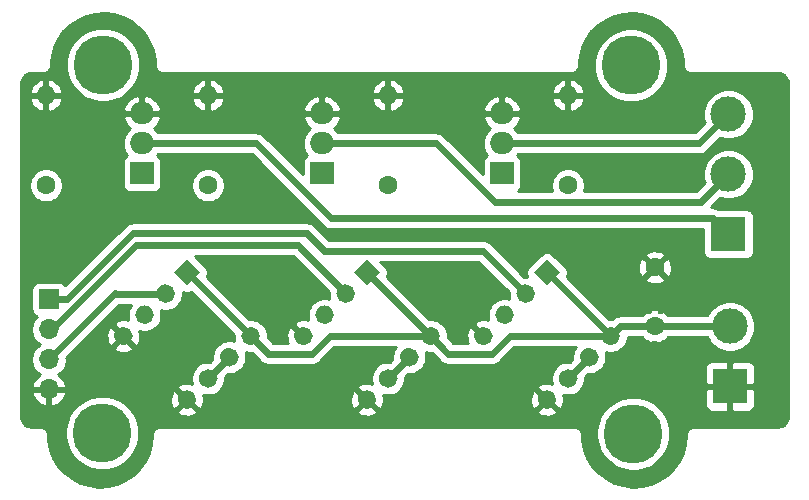
<source format=gbr>
%TF.GenerationSoftware,KiCad,Pcbnew,5.1.6-c6e7f7d~87~ubuntu18.04.1*%
%TF.CreationDate,2021-06-08T22:03:35+01:00*%
%TF.ProjectId,hp_led_driver,68705f6c-6564-45f6-9472-697665722e6b,rev?*%
%TF.SameCoordinates,Original*%
%TF.FileFunction,Copper,L2,Bot*%
%TF.FilePolarity,Positive*%
%FSLAX46Y46*%
G04 Gerber Fmt 4.6, Leading zero omitted, Abs format (unit mm)*
G04 Created by KiCad (PCBNEW 5.1.6-c6e7f7d~87~ubuntu18.04.1) date 2021-06-08 22:03:35*
%MOMM*%
%LPD*%
G01*
G04 APERTURE LIST*
%TA.AperFunction,ComponentPad*%
%ADD10C,1.600000*%
%TD*%
%TA.AperFunction,ComponentPad*%
%ADD11C,0.100000*%
%TD*%
%TA.AperFunction,ComponentPad*%
%ADD12O,1.600000X1.600000*%
%TD*%
%TA.AperFunction,ComponentPad*%
%ADD13R,3.000000X3.000000*%
%TD*%
%TA.AperFunction,ComponentPad*%
%ADD14C,3.000000*%
%TD*%
%TA.AperFunction,ComponentPad*%
%ADD15R,1.700000X1.700000*%
%TD*%
%TA.AperFunction,ComponentPad*%
%ADD16O,1.700000X1.700000*%
%TD*%
%TA.AperFunction,ComponentPad*%
%ADD17R,2.000000X1.905000*%
%TD*%
%TA.AperFunction,ComponentPad*%
%ADD18O,2.000000X1.905000*%
%TD*%
%TA.AperFunction,ComponentPad*%
%ADD19C,5.000000*%
%TD*%
%TA.AperFunction,ViaPad*%
%ADD20C,0.600000*%
%TD*%
%TA.AperFunction,Conductor*%
%ADD21C,0.600000*%
%TD*%
%TA.AperFunction,Conductor*%
%ADD22C,0.254000*%
%TD*%
G04 APERTURE END LIST*
D10*
%TO.P,C1,1*%
%TO.N,+5V*%
X199390000Y-96774000D03*
%TO.P,C1,2*%
%TO.N,GND*%
X199390000Y-91774000D03*
%TD*%
%TO.P,U2,8*%
%TO.N,+5V*%
%TA.AperFunction,ComponentPad*%
G36*
G01*
X179828469Y-97024469D02*
X179828469Y-97024469D01*
G75*
G02*
X180959839Y-97024469I565685J-565685D01*
G01*
X180959839Y-97024469D01*
G75*
G02*
X180959839Y-98155839I-565685J-565685D01*
G01*
X180959839Y-98155839D01*
G75*
G02*
X179828469Y-98155839I-565685J565685D01*
G01*
X179828469Y-98155839D01*
G75*
G02*
X179828469Y-97024469I565685J565685D01*
G01*
G37*
%TD.AperFunction*%
%TO.P,U2,4*%
%TO.N,GND*%
%TA.AperFunction,ComponentPad*%
G36*
G01*
X169052161Y-97024469D02*
X169052161Y-97024469D01*
G75*
G02*
X170183531Y-97024469I565685J-565685D01*
G01*
X170183531Y-97024469D01*
G75*
G02*
X170183531Y-98155839I-565685J-565685D01*
G01*
X170183531Y-98155839D01*
G75*
G02*
X169052161Y-98155839I-565685J565685D01*
G01*
X169052161Y-98155839D01*
G75*
G02*
X169052161Y-97024469I565685J565685D01*
G01*
G37*
%TD.AperFunction*%
%TO.P,U2,7*%
%TO.N,Net-(Q2-Pad1)*%
%TA.AperFunction,ComponentPad*%
G36*
G01*
X178032417Y-98820520D02*
X178032417Y-98820520D01*
G75*
G02*
X179163787Y-98820520I565685J-565685D01*
G01*
X179163787Y-98820520D01*
G75*
G02*
X179163787Y-99951890I-565685J-565685D01*
G01*
X179163787Y-99951890D01*
G75*
G02*
X178032417Y-99951890I-565685J565685D01*
G01*
X178032417Y-99951890D01*
G75*
G02*
X178032417Y-98820520I565685J565685D01*
G01*
G37*
%TD.AperFunction*%
%TO.P,U2,3*%
%TO.N,Net-(U2-Pad3)*%
%TA.AperFunction,ComponentPad*%
G36*
G01*
X170848213Y-95228417D02*
X170848213Y-95228417D01*
G75*
G02*
X171979583Y-95228417I565685J-565685D01*
G01*
X171979583Y-95228417D01*
G75*
G02*
X171979583Y-96359787I-565685J-565685D01*
G01*
X171979583Y-96359787D01*
G75*
G02*
X170848213Y-96359787I-565685J565685D01*
G01*
X170848213Y-96359787D01*
G75*
G02*
X170848213Y-95228417I565685J565685D01*
G01*
G37*
%TD.AperFunction*%
%TO.P,U2,6*%
%TO.N,Net-(Q2-Pad1)*%
%TA.AperFunction,ComponentPad*%
G36*
G01*
X176236366Y-100616571D02*
X176236366Y-100616571D01*
G75*
G02*
X177367736Y-100616571I565685J-565685D01*
G01*
X177367736Y-100616571D01*
G75*
G02*
X177367736Y-101747941I-565685J-565685D01*
G01*
X177367736Y-101747941D01*
G75*
G02*
X176236366Y-101747941I-565685J565685D01*
G01*
X176236366Y-101747941D01*
G75*
G02*
X176236366Y-100616571I565685J565685D01*
G01*
G37*
%TD.AperFunction*%
%TO.P,U2,2*%
%TO.N,gpio_b*%
%TA.AperFunction,ComponentPad*%
G36*
G01*
X172644264Y-93432366D02*
X172644264Y-93432366D01*
G75*
G02*
X173775634Y-93432366I565685J-565685D01*
G01*
X173775634Y-93432366D01*
G75*
G02*
X173775634Y-94563736I-565685J-565685D01*
G01*
X173775634Y-94563736D01*
G75*
G02*
X172644264Y-94563736I-565685J565685D01*
G01*
X172644264Y-94563736D01*
G75*
G02*
X172644264Y-93432366I565685J565685D01*
G01*
G37*
%TD.AperFunction*%
%TO.P,U2,5*%
%TO.N,GND*%
%TA.AperFunction,ComponentPad*%
G36*
G01*
X174440315Y-102412622D02*
X174440315Y-102412622D01*
G75*
G02*
X175571685Y-102412622I565685J-565685D01*
G01*
X175571685Y-102412622D01*
G75*
G02*
X175571685Y-103543992I-565685J-565685D01*
G01*
X175571685Y-103543992D01*
G75*
G02*
X174440315Y-103543992I-565685J565685D01*
G01*
X174440315Y-103543992D01*
G75*
G02*
X174440315Y-102412622I565685J565685D01*
G01*
G37*
%TD.AperFunction*%
%TA.AperFunction,ComponentPad*%
D11*
%TO.P,U2,1*%
%TO.N,+5V*%
G36*
X173874629Y-92202000D02*
G01*
X175006000Y-91070629D01*
X176137371Y-92202000D01*
X175006000Y-93333371D01*
X173874629Y-92202000D01*
G37*
%TD.AperFunction*%
%TD*%
D12*
%TO.P,R3,2*%
%TO.N,GND*%
X161544000Y-77216000D03*
D10*
%TO.P,R3,1*%
%TO.N,Net-(Q3-Pad1)*%
X161544000Y-84836000D03*
%TD*%
D12*
%TO.P,R2,2*%
%TO.N,GND*%
X176784000Y-77216000D03*
D10*
%TO.P,R2,1*%
%TO.N,Net-(Q2-Pad1)*%
X176784000Y-84836000D03*
%TD*%
D12*
%TO.P,R1,2*%
%TO.N,GND*%
X192024000Y-77216000D03*
D10*
%TO.P,R1,1*%
%TO.N,Net-(Q1-Pad1)*%
X192024000Y-84836000D03*
%TD*%
D13*
%TO.P,J1,1*%
%TO.N,gate_c*%
X205613000Y-88963500D03*
D14*
%TO.P,J1,2*%
%TO.N,gate_b*%
X205613000Y-83883500D03*
%TO.P,J1,3*%
%TO.N,gate_a*%
X205613000Y-78803500D03*
%TD*%
D15*
%TO.P,J2,1*%
%TO.N,gpio_a*%
X148082000Y-94488000D03*
D16*
%TO.P,J2,2*%
%TO.N,gpio_b*%
X148082000Y-97028000D03*
%TO.P,J2,3*%
%TO.N,gpio_c*%
X148082000Y-99568000D03*
%TO.P,J2,4*%
%TO.N,GND*%
X148082000Y-102108000D03*
%TD*%
D13*
%TO.P,J3,1*%
%TO.N,GND*%
X205740000Y-101854000D03*
D14*
%TO.P,J3,2*%
%TO.N,+5V*%
X205740000Y-96774000D03*
%TD*%
D17*
%TO.P,Q1,1*%
%TO.N,Net-(Q1-Pad1)*%
X186436000Y-83820000D03*
D18*
%TO.P,Q1,2*%
%TO.N,gate_a*%
X186436000Y-81280000D03*
%TO.P,Q1,3*%
%TO.N,GND*%
X186436000Y-78740000D03*
%TD*%
%TO.P,Q2,3*%
%TO.N,GND*%
X171196000Y-78740000D03*
%TO.P,Q2,2*%
%TO.N,gate_b*%
X171196000Y-81280000D03*
D17*
%TO.P,Q2,1*%
%TO.N,Net-(Q2-Pad1)*%
X171196000Y-83820000D03*
%TD*%
%TO.P,Q3,1*%
%TO.N,Net-(Q3-Pad1)*%
X155956000Y-83820000D03*
D18*
%TO.P,Q3,2*%
%TO.N,gate_c*%
X155956000Y-81280000D03*
%TO.P,Q3,3*%
%TO.N,GND*%
X155956000Y-78740000D03*
%TD*%
%TA.AperFunction,ComponentPad*%
D11*
%TO.P,U1,1*%
%TO.N,+5V*%
G36*
X189114629Y-92202000D02*
G01*
X190246000Y-91070629D01*
X191377371Y-92202000D01*
X190246000Y-93333371D01*
X189114629Y-92202000D01*
G37*
%TD.AperFunction*%
%TO.P,U1,5*%
%TO.N,GND*%
%TA.AperFunction,ComponentPad*%
G36*
G01*
X189680315Y-102412622D02*
X189680315Y-102412622D01*
G75*
G02*
X190811685Y-102412622I565685J-565685D01*
G01*
X190811685Y-102412622D01*
G75*
G02*
X190811685Y-103543992I-565685J-565685D01*
G01*
X190811685Y-103543992D01*
G75*
G02*
X189680315Y-103543992I-565685J565685D01*
G01*
X189680315Y-103543992D01*
G75*
G02*
X189680315Y-102412622I565685J565685D01*
G01*
G37*
%TD.AperFunction*%
%TO.P,U1,2*%
%TO.N,gpio_a*%
%TA.AperFunction,ComponentPad*%
G36*
G01*
X187884264Y-93432366D02*
X187884264Y-93432366D01*
G75*
G02*
X189015634Y-93432366I565685J-565685D01*
G01*
X189015634Y-93432366D01*
G75*
G02*
X189015634Y-94563736I-565685J-565685D01*
G01*
X189015634Y-94563736D01*
G75*
G02*
X187884264Y-94563736I-565685J565685D01*
G01*
X187884264Y-94563736D01*
G75*
G02*
X187884264Y-93432366I565685J565685D01*
G01*
G37*
%TD.AperFunction*%
%TO.P,U1,6*%
%TO.N,Net-(Q1-Pad1)*%
%TA.AperFunction,ComponentPad*%
G36*
G01*
X191476366Y-100616571D02*
X191476366Y-100616571D01*
G75*
G02*
X192607736Y-100616571I565685J-565685D01*
G01*
X192607736Y-100616571D01*
G75*
G02*
X192607736Y-101747941I-565685J-565685D01*
G01*
X192607736Y-101747941D01*
G75*
G02*
X191476366Y-101747941I-565685J565685D01*
G01*
X191476366Y-101747941D01*
G75*
G02*
X191476366Y-100616571I565685J565685D01*
G01*
G37*
%TD.AperFunction*%
%TO.P,U1,3*%
%TO.N,Net-(U1-Pad3)*%
%TA.AperFunction,ComponentPad*%
G36*
G01*
X186088213Y-95228417D02*
X186088213Y-95228417D01*
G75*
G02*
X187219583Y-95228417I565685J-565685D01*
G01*
X187219583Y-95228417D01*
G75*
G02*
X187219583Y-96359787I-565685J-565685D01*
G01*
X187219583Y-96359787D01*
G75*
G02*
X186088213Y-96359787I-565685J565685D01*
G01*
X186088213Y-96359787D01*
G75*
G02*
X186088213Y-95228417I565685J565685D01*
G01*
G37*
%TD.AperFunction*%
%TO.P,U1,7*%
%TO.N,Net-(Q1-Pad1)*%
%TA.AperFunction,ComponentPad*%
G36*
G01*
X193272417Y-98820520D02*
X193272417Y-98820520D01*
G75*
G02*
X194403787Y-98820520I565685J-565685D01*
G01*
X194403787Y-98820520D01*
G75*
G02*
X194403787Y-99951890I-565685J-565685D01*
G01*
X194403787Y-99951890D01*
G75*
G02*
X193272417Y-99951890I-565685J565685D01*
G01*
X193272417Y-99951890D01*
G75*
G02*
X193272417Y-98820520I565685J565685D01*
G01*
G37*
%TD.AperFunction*%
%TO.P,U1,4*%
%TO.N,GND*%
%TA.AperFunction,ComponentPad*%
G36*
G01*
X184292161Y-97024469D02*
X184292161Y-97024469D01*
G75*
G02*
X185423531Y-97024469I565685J-565685D01*
G01*
X185423531Y-97024469D01*
G75*
G02*
X185423531Y-98155839I-565685J-565685D01*
G01*
X185423531Y-98155839D01*
G75*
G02*
X184292161Y-98155839I-565685J565685D01*
G01*
X184292161Y-98155839D01*
G75*
G02*
X184292161Y-97024469I565685J565685D01*
G01*
G37*
%TD.AperFunction*%
%TO.P,U1,8*%
%TO.N,+5V*%
%TA.AperFunction,ComponentPad*%
G36*
G01*
X195068469Y-97024469D02*
X195068469Y-97024469D01*
G75*
G02*
X196199839Y-97024469I565685J-565685D01*
G01*
X196199839Y-97024469D01*
G75*
G02*
X196199839Y-98155839I-565685J-565685D01*
G01*
X196199839Y-98155839D01*
G75*
G02*
X195068469Y-98155839I-565685J565685D01*
G01*
X195068469Y-98155839D01*
G75*
G02*
X195068469Y-97024469I565685J565685D01*
G01*
G37*
%TD.AperFunction*%
%TD*%
%TA.AperFunction,ComponentPad*%
%TO.P,U3,1*%
%TO.N,+5V*%
G36*
X158634629Y-92202000D02*
G01*
X159766000Y-91070629D01*
X160897371Y-92202000D01*
X159766000Y-93333371D01*
X158634629Y-92202000D01*
G37*
%TD.AperFunction*%
%TO.P,U3,5*%
%TO.N,GND*%
%TA.AperFunction,ComponentPad*%
G36*
G01*
X159200315Y-102412622D02*
X159200315Y-102412622D01*
G75*
G02*
X160331685Y-102412622I565685J-565685D01*
G01*
X160331685Y-102412622D01*
G75*
G02*
X160331685Y-103543992I-565685J-565685D01*
G01*
X160331685Y-103543992D01*
G75*
G02*
X159200315Y-103543992I-565685J565685D01*
G01*
X159200315Y-103543992D01*
G75*
G02*
X159200315Y-102412622I565685J565685D01*
G01*
G37*
%TD.AperFunction*%
%TO.P,U3,2*%
%TO.N,gpio_c*%
%TA.AperFunction,ComponentPad*%
G36*
G01*
X157404264Y-93432366D02*
X157404264Y-93432366D01*
G75*
G02*
X158535634Y-93432366I565685J-565685D01*
G01*
X158535634Y-93432366D01*
G75*
G02*
X158535634Y-94563736I-565685J-565685D01*
G01*
X158535634Y-94563736D01*
G75*
G02*
X157404264Y-94563736I-565685J565685D01*
G01*
X157404264Y-94563736D01*
G75*
G02*
X157404264Y-93432366I565685J565685D01*
G01*
G37*
%TD.AperFunction*%
%TO.P,U3,6*%
%TO.N,Net-(Q3-Pad1)*%
%TA.AperFunction,ComponentPad*%
G36*
G01*
X160996366Y-100616571D02*
X160996366Y-100616571D01*
G75*
G02*
X162127736Y-100616571I565685J-565685D01*
G01*
X162127736Y-100616571D01*
G75*
G02*
X162127736Y-101747941I-565685J-565685D01*
G01*
X162127736Y-101747941D01*
G75*
G02*
X160996366Y-101747941I-565685J565685D01*
G01*
X160996366Y-101747941D01*
G75*
G02*
X160996366Y-100616571I565685J565685D01*
G01*
G37*
%TD.AperFunction*%
%TO.P,U3,3*%
%TO.N,Net-(U3-Pad3)*%
%TA.AperFunction,ComponentPad*%
G36*
G01*
X155608213Y-95228417D02*
X155608213Y-95228417D01*
G75*
G02*
X156739583Y-95228417I565685J-565685D01*
G01*
X156739583Y-95228417D01*
G75*
G02*
X156739583Y-96359787I-565685J-565685D01*
G01*
X156739583Y-96359787D01*
G75*
G02*
X155608213Y-96359787I-565685J565685D01*
G01*
X155608213Y-96359787D01*
G75*
G02*
X155608213Y-95228417I565685J565685D01*
G01*
G37*
%TD.AperFunction*%
%TO.P,U3,7*%
%TO.N,Net-(Q3-Pad1)*%
%TA.AperFunction,ComponentPad*%
G36*
G01*
X162792417Y-98820520D02*
X162792417Y-98820520D01*
G75*
G02*
X163923787Y-98820520I565685J-565685D01*
G01*
X163923787Y-98820520D01*
G75*
G02*
X163923787Y-99951890I-565685J-565685D01*
G01*
X163923787Y-99951890D01*
G75*
G02*
X162792417Y-99951890I-565685J565685D01*
G01*
X162792417Y-99951890D01*
G75*
G02*
X162792417Y-98820520I565685J565685D01*
G01*
G37*
%TD.AperFunction*%
%TO.P,U3,4*%
%TO.N,GND*%
%TA.AperFunction,ComponentPad*%
G36*
G01*
X153812161Y-97024469D02*
X153812161Y-97024469D01*
G75*
G02*
X154943531Y-97024469I565685J-565685D01*
G01*
X154943531Y-97024469D01*
G75*
G02*
X154943531Y-98155839I-565685J-565685D01*
G01*
X154943531Y-98155839D01*
G75*
G02*
X153812161Y-98155839I-565685J565685D01*
G01*
X153812161Y-98155839D01*
G75*
G02*
X153812161Y-97024469I565685J565685D01*
G01*
G37*
%TD.AperFunction*%
%TO.P,U3,8*%
%TO.N,+5V*%
%TA.AperFunction,ComponentPad*%
G36*
G01*
X164588469Y-97024469D02*
X164588469Y-97024469D01*
G75*
G02*
X165719839Y-97024469I565685J-565685D01*
G01*
X165719839Y-97024469D01*
G75*
G02*
X165719839Y-98155839I-565685J-565685D01*
G01*
X165719839Y-98155839D01*
G75*
G02*
X164588469Y-98155839I-565685J565685D01*
G01*
X164588469Y-98155839D01*
G75*
G02*
X164588469Y-97024469I565685J565685D01*
G01*
G37*
%TD.AperFunction*%
%TD*%
D10*
%TO.P,R4,1*%
%TO.N,Net-(D1-Pad1)*%
X147828000Y-84836000D03*
D12*
%TO.P,R4,2*%
%TO.N,GND*%
X147828000Y-77216000D03*
%TD*%
D19*
%TO.P,H1,1*%
%TO.N,N/C*%
X152590500Y-105791000D03*
%TD*%
%TO.P,H2,1*%
%TO.N,N/C*%
X197358000Y-74676000D03*
%TD*%
%TO.P,H3,1*%
%TO.N,N/C*%
X152654000Y-74612500D03*
%TD*%
%TO.P,H4,1*%
%TO.N,N/C*%
X197548500Y-105854500D03*
%TD*%
D20*
%TO.N,GND*%
X195834000Y-79756000D03*
X196850000Y-79756000D03*
X197866000Y-79756000D03*
X198882000Y-79756000D03*
X199898000Y-79756000D03*
X200914000Y-79756000D03*
X201930000Y-79756000D03*
X196342000Y-78994000D03*
X197358000Y-78994000D03*
X198374000Y-78994000D03*
X199390000Y-78994000D03*
X200406000Y-78994000D03*
X201422000Y-78994000D03*
X200914000Y-78232000D03*
X197866000Y-78232000D03*
X195834000Y-78232000D03*
X196850000Y-78232000D03*
X199898000Y-78232000D03*
X198882000Y-78232000D03*
X201676000Y-83820000D03*
X198628000Y-83820000D03*
X197104000Y-84582000D03*
X199136000Y-84582000D03*
X201168000Y-83058000D03*
X201168000Y-84582000D03*
X196088000Y-84582000D03*
X200152000Y-84582000D03*
X197104000Y-83058000D03*
X198120000Y-83058000D03*
X196088000Y-83058000D03*
X196596000Y-83820000D03*
X199136000Y-83058000D03*
X197612000Y-83820000D03*
X200660000Y-83820000D03*
X200152000Y-83058000D03*
X202184000Y-84582000D03*
X199644000Y-83820000D03*
X198120000Y-84582000D03*
X202184000Y-83058000D03*
X202692000Y-83820000D03*
X203200000Y-83058000D03*
X203200000Y-84582000D03*
X194564000Y-83820000D03*
X194056000Y-83058000D03*
X195072000Y-84582000D03*
X194056000Y-84582000D03*
X195580000Y-83820000D03*
X195072000Y-83058000D03*
X196342000Y-89916000D03*
X201930000Y-90678000D03*
X195834000Y-89154000D03*
X196850000Y-90678000D03*
X195834000Y-90678000D03*
X195326000Y-89916000D03*
X193802000Y-89154000D03*
X197358000Y-89916000D03*
X202438000Y-89916000D03*
X196850000Y-89154000D03*
X201930000Y-89154000D03*
X202946000Y-90678000D03*
X197866000Y-89154000D03*
X201422000Y-89916000D03*
X202946000Y-89154000D03*
X194818000Y-89154000D03*
X198882000Y-89154000D03*
X200914000Y-89154000D03*
X199898000Y-89154000D03*
X196850000Y-92456000D03*
X195326000Y-93218000D03*
X202438000Y-93218000D03*
X196342000Y-91694000D03*
X197358000Y-93218000D03*
X196342000Y-93218000D03*
X201422000Y-93218000D03*
X195834000Y-92456000D03*
X202946000Y-92456000D03*
X202438000Y-91694000D03*
X203454000Y-93218000D03*
X201930000Y-92456000D03*
X203454000Y-91694000D03*
X195326000Y-91694000D03*
X197358000Y-94742000D03*
X195834000Y-95504000D03*
X199390000Y-94742000D03*
X199898000Y-95504000D03*
X202946000Y-95504000D03*
X201422000Y-94742000D03*
X196850000Y-93980000D03*
X195326000Y-94742000D03*
X197866000Y-95504000D03*
X196850000Y-95504000D03*
X201930000Y-95504000D03*
X196342000Y-94742000D03*
X198374000Y-94742000D03*
X203454000Y-94742000D03*
X197866000Y-93980000D03*
X202946000Y-93980000D03*
X198882000Y-93980000D03*
X200406000Y-94742000D03*
X202438000Y-94742000D03*
X198882000Y-95504000D03*
X203962000Y-93980000D03*
X195834000Y-93980000D03*
X199898000Y-93980000D03*
X201930000Y-93980000D03*
X200914000Y-95504000D03*
X200914000Y-93980000D03*
X194310000Y-89916000D03*
X196850000Y-99060000D03*
X198882000Y-99060000D03*
X199390000Y-99822000D03*
X202438000Y-99822000D03*
X200914000Y-99060000D03*
X197358000Y-99822000D03*
X196342000Y-99822000D03*
X201422000Y-99822000D03*
X197866000Y-99060000D03*
X202946000Y-99060000D03*
X197358000Y-98298000D03*
X202438000Y-98298000D03*
X203454000Y-99822000D03*
X198374000Y-98298000D03*
X199898000Y-99060000D03*
X201930000Y-99060000D03*
X198374000Y-99822000D03*
X203454000Y-98298000D03*
X199390000Y-98298000D03*
X201422000Y-98298000D03*
X200406000Y-99822000D03*
X200406000Y-98298000D03*
X198882000Y-100584000D03*
X196850000Y-102108000D03*
X199898000Y-102108000D03*
X202946000Y-100584000D03*
X196850000Y-100584000D03*
X201422000Y-101346000D03*
X201930000Y-100584000D03*
X200406000Y-101346000D03*
X197866000Y-102108000D03*
X198882000Y-102108000D03*
X195834000Y-102108000D03*
X198374000Y-101346000D03*
X202438000Y-101346000D03*
X196342000Y-101346000D03*
X200914000Y-100584000D03*
X197866000Y-100584000D03*
X202946000Y-102108000D03*
X199898000Y-100584000D03*
X201930000Y-102108000D03*
X200914000Y-102108000D03*
X199390000Y-101346000D03*
X197358000Y-101346000D03*
X203454000Y-101346000D03*
X203962000Y-99060000D03*
X195834000Y-100584000D03*
X195326000Y-101346000D03*
X194818000Y-102108000D03*
X195326000Y-102870000D03*
X199390000Y-102870000D03*
X200406000Y-102870000D03*
X201422000Y-102870000D03*
X202438000Y-102870000D03*
X203454000Y-102870000D03*
X194818000Y-79756000D03*
X193802000Y-79756000D03*
X194818000Y-78232000D03*
X193802000Y-78232000D03*
X194310000Y-78994000D03*
X195326000Y-78994000D03*
X201930000Y-78232000D03*
X202438000Y-78994000D03*
X202946000Y-78232000D03*
X202946000Y-79756000D03*
%TD*%
D21*
%TO.N,gate_c*%
X165623498Y-81280000D02*
X171973498Y-87630000D01*
X155956000Y-81280000D02*
X165623498Y-81280000D01*
X204279500Y-87630000D02*
X205613000Y-88963500D01*
X171973498Y-87630000D02*
X204279500Y-87630000D01*
%TO.N,gate_b*%
X203260499Y-86236001D02*
X205613000Y-83883500D01*
X180863498Y-81280000D02*
X185819499Y-86236001D01*
X185819499Y-86236001D02*
X203260499Y-86236001D01*
X171196000Y-81280000D02*
X180863498Y-81280000D01*
%TO.N,gate_a*%
X203136500Y-81280000D02*
X205613000Y-78803500D01*
X186436000Y-81280000D02*
X203136500Y-81280000D01*
%TO.N,gpio_a*%
X184822517Y-90370619D02*
X188449949Y-93998051D01*
X171396619Y-90370619D02*
X184822517Y-90370619D01*
X169926000Y-88900000D02*
X171396619Y-90370619D01*
X169926000Y-88900000D02*
X155194000Y-88900000D01*
X149606000Y-94488000D02*
X148082000Y-94488000D01*
X155194000Y-88900000D02*
X149606000Y-94488000D01*
%TO.N,gpio_b*%
X173209949Y-93998051D02*
X169127898Y-89916000D01*
X148338806Y-97028000D02*
X148082000Y-97028000D01*
X155450806Y-89916000D02*
X148338806Y-97028000D01*
X169127898Y-89916000D02*
X155450806Y-89916000D01*
%TO.N,gpio_c*%
X157951898Y-93980000D02*
X157969949Y-93998051D01*
X148082000Y-99568000D02*
X153670000Y-93980000D01*
X153688051Y-93998051D02*
X157969949Y-93998051D01*
X153670000Y-93980000D02*
X153688051Y-93998051D01*
%TO.N,+5V*%
X196450308Y-96774000D02*
X195634154Y-97590154D01*
X205740000Y-96774000D02*
X196450308Y-96774000D01*
X195634154Y-97590154D02*
X190246000Y-92202000D01*
X181894155Y-99090155D02*
X175006000Y-92202000D01*
X185577847Y-99090155D02*
X181894155Y-99090155D01*
X187077848Y-97590154D02*
X185577847Y-99090155D01*
X195634154Y-97590154D02*
X187077848Y-97590154D01*
X166654155Y-99090155D02*
X165154154Y-97590154D01*
X170337847Y-99090155D02*
X166654155Y-99090155D01*
X171837848Y-97590154D02*
X170337847Y-99090155D01*
X180394154Y-97590154D02*
X171837848Y-97590154D01*
X165154154Y-97590154D02*
X159766000Y-92202000D01*
%TO.N,Net-(Q1-Pad1)*%
X192042051Y-101182256D02*
X193838102Y-99386205D01*
%TO.N,Net-(Q2-Pad1)*%
X176802051Y-101182256D02*
X178598102Y-99386205D01*
%TO.N,Net-(Q3-Pad1)*%
X163358102Y-99386205D02*
X161562051Y-101182256D01*
%TD*%
D22*
%TO.N,GND*%
G36*
X198276428Y-70355154D02*
G01*
X199027065Y-70586080D01*
X199724947Y-70946284D01*
X200348019Y-71424384D01*
X200876571Y-72005256D01*
X201293912Y-72670554D01*
X201586841Y-73399238D01*
X201748218Y-74178496D01*
X201776129Y-74662574D01*
X201774807Y-74676000D01*
X201787550Y-74805383D01*
X201825290Y-74929793D01*
X201886575Y-75044450D01*
X201969052Y-75144948D01*
X202069550Y-75227425D01*
X202184207Y-75288710D01*
X202308617Y-75326450D01*
X202405581Y-75336000D01*
X209771723Y-75336000D01*
X209971200Y-75355559D01*
X210132041Y-75404120D01*
X210280378Y-75482992D01*
X210410574Y-75589176D01*
X210517664Y-75718626D01*
X210597572Y-75866414D01*
X210647252Y-76026902D01*
X210668000Y-76224306D01*
X210668001Y-104361713D01*
X210648441Y-104561204D01*
X210599881Y-104722040D01*
X210521008Y-104870378D01*
X210414822Y-105000575D01*
X210285372Y-105107665D01*
X210137586Y-105187572D01*
X209977094Y-105237253D01*
X209779695Y-105258000D01*
X202659581Y-105258000D01*
X202562617Y-105267550D01*
X202438207Y-105305290D01*
X202323550Y-105366575D01*
X202223052Y-105449052D01*
X202140575Y-105549550D01*
X202079290Y-105664207D01*
X202041550Y-105788617D01*
X202028807Y-105918000D01*
X202029106Y-105921035D01*
X201959563Y-106700249D01*
X201752328Y-107457774D01*
X201414221Y-108166627D01*
X200955928Y-108804410D01*
X200391945Y-109350946D01*
X199740085Y-109788978D01*
X199020963Y-110104651D01*
X198257308Y-110287987D01*
X197473245Y-110333196D01*
X196693577Y-110238847D01*
X195942936Y-110007921D01*
X195245050Y-109647714D01*
X194621984Y-109169618D01*
X194093427Y-108588743D01*
X193676088Y-107923446D01*
X193383159Y-107194762D01*
X193221782Y-106415504D01*
X193193871Y-105931426D01*
X193195193Y-105918000D01*
X193182450Y-105788617D01*
X193144710Y-105664207D01*
X193083425Y-105549550D01*
X193080290Y-105545729D01*
X194413500Y-105545729D01*
X194413500Y-106163271D01*
X194533976Y-106768946D01*
X194770299Y-107339479D01*
X195113386Y-107852946D01*
X195550054Y-108289614D01*
X196063521Y-108632701D01*
X196634054Y-108869024D01*
X197239729Y-108989500D01*
X197857271Y-108989500D01*
X198462946Y-108869024D01*
X199033479Y-108632701D01*
X199546946Y-108289614D01*
X199983614Y-107852946D01*
X200326701Y-107339479D01*
X200563024Y-106768946D01*
X200683500Y-106163271D01*
X200683500Y-105545729D01*
X200563024Y-104940054D01*
X200326701Y-104369521D01*
X199983614Y-103856054D01*
X199546946Y-103419386D01*
X199449089Y-103354000D01*
X203601928Y-103354000D01*
X203614188Y-103478482D01*
X203650498Y-103598180D01*
X203709463Y-103708494D01*
X203788815Y-103805185D01*
X203885506Y-103884537D01*
X203995820Y-103943502D01*
X204115518Y-103979812D01*
X204240000Y-103992072D01*
X205454250Y-103989000D01*
X205613000Y-103830250D01*
X205613000Y-101981000D01*
X205867000Y-101981000D01*
X205867000Y-103830250D01*
X206025750Y-103989000D01*
X207240000Y-103992072D01*
X207364482Y-103979812D01*
X207484180Y-103943502D01*
X207594494Y-103884537D01*
X207691185Y-103805185D01*
X207770537Y-103708494D01*
X207829502Y-103598180D01*
X207865812Y-103478482D01*
X207878072Y-103354000D01*
X207875000Y-102139750D01*
X207716250Y-101981000D01*
X205867000Y-101981000D01*
X205613000Y-101981000D01*
X203763750Y-101981000D01*
X203605000Y-102139750D01*
X203601928Y-103354000D01*
X199449089Y-103354000D01*
X199033479Y-103076299D01*
X198462946Y-102839976D01*
X197857271Y-102719500D01*
X197239729Y-102719500D01*
X196634054Y-102839976D01*
X196063521Y-103076299D01*
X195550054Y-103419386D01*
X195113386Y-103856054D01*
X194770299Y-104369521D01*
X194533976Y-104940054D01*
X194413500Y-105545729D01*
X193080290Y-105545729D01*
X193000948Y-105449052D01*
X192900450Y-105366575D01*
X192785793Y-105305290D01*
X192661383Y-105267550D01*
X192564419Y-105258000D01*
X157447581Y-105258000D01*
X157350617Y-105267550D01*
X157226207Y-105305290D01*
X157111550Y-105366575D01*
X157011052Y-105449052D01*
X156928575Y-105549550D01*
X156867290Y-105664207D01*
X156829550Y-105788617D01*
X156816807Y-105918000D01*
X156817106Y-105921035D01*
X156747563Y-106700249D01*
X156540328Y-107457774D01*
X156202221Y-108166627D01*
X155743928Y-108804410D01*
X155179945Y-109350946D01*
X154528085Y-109788978D01*
X153808963Y-110104651D01*
X153045308Y-110287987D01*
X152261245Y-110333196D01*
X151481577Y-110238847D01*
X150730936Y-110007921D01*
X150033050Y-109647714D01*
X149409984Y-109169618D01*
X148881427Y-108588743D01*
X148464088Y-107923446D01*
X148171159Y-107194762D01*
X148009782Y-106415504D01*
X147981871Y-105931426D01*
X147983193Y-105918000D01*
X147970450Y-105788617D01*
X147932710Y-105664207D01*
X147871425Y-105549550D01*
X147816176Y-105482229D01*
X149455500Y-105482229D01*
X149455500Y-106099771D01*
X149575976Y-106705446D01*
X149812299Y-107275979D01*
X150155386Y-107789446D01*
X150592054Y-108226114D01*
X151105521Y-108569201D01*
X151676054Y-108805524D01*
X152281729Y-108926000D01*
X152899271Y-108926000D01*
X153504946Y-108805524D01*
X154075479Y-108569201D01*
X154588946Y-108226114D01*
X155025614Y-107789446D01*
X155368701Y-107275979D01*
X155605024Y-106705446D01*
X155725500Y-106099771D01*
X155725500Y-105482229D01*
X155605024Y-104876554D01*
X155368701Y-104306021D01*
X155141892Y-103966576D01*
X158957336Y-103966576D01*
X159028580Y-104209344D01*
X159282912Y-104329553D01*
X159555810Y-104397835D01*
X159836785Y-104411565D01*
X160115040Y-104370216D01*
X160379881Y-104275376D01*
X160503417Y-104209340D01*
X160574017Y-103966576D01*
X174197336Y-103966576D01*
X174268580Y-104209344D01*
X174522912Y-104329553D01*
X174795810Y-104397835D01*
X175076785Y-104411565D01*
X175355040Y-104370216D01*
X175619881Y-104275376D01*
X175743417Y-104209340D01*
X175814017Y-103966576D01*
X189437336Y-103966576D01*
X189508580Y-104209344D01*
X189762912Y-104329553D01*
X190035810Y-104397835D01*
X190316785Y-104411565D01*
X190595040Y-104370216D01*
X190859881Y-104275376D01*
X190983417Y-104209340D01*
X191054163Y-103966075D01*
X190246000Y-103157912D01*
X189437336Y-103966576D01*
X175814017Y-103966576D01*
X175814163Y-103966075D01*
X175006000Y-103157912D01*
X174197336Y-103966576D01*
X160574017Y-103966576D01*
X160574163Y-103966075D01*
X159766000Y-103157912D01*
X158957336Y-103966576D01*
X155141892Y-103966576D01*
X155025614Y-103792554D01*
X154588946Y-103355886D01*
X154075479Y-103012799D01*
X153821319Y-102907522D01*
X158332742Y-102907522D01*
X158346472Y-103188497D01*
X158414754Y-103461395D01*
X158534963Y-103715727D01*
X158777731Y-103786971D01*
X159586395Y-102978307D01*
X158778232Y-102170144D01*
X158534967Y-102240890D01*
X158468931Y-102364426D01*
X158374091Y-102629267D01*
X158332742Y-102907522D01*
X153821319Y-102907522D01*
X153504946Y-102776476D01*
X152899271Y-102656000D01*
X152281729Y-102656000D01*
X151676054Y-102776476D01*
X151105521Y-103012799D01*
X150592054Y-103355886D01*
X150155386Y-103792554D01*
X149812299Y-104306021D01*
X149575976Y-104876554D01*
X149455500Y-105482229D01*
X147816176Y-105482229D01*
X147788948Y-105449052D01*
X147688450Y-105366575D01*
X147573793Y-105305290D01*
X147449383Y-105267550D01*
X147352419Y-105258000D01*
X146590277Y-105258000D01*
X146390796Y-105238441D01*
X146229960Y-105189881D01*
X146081622Y-105111008D01*
X145951425Y-105004822D01*
X145844335Y-104875372D01*
X145764428Y-104727586D01*
X145714747Y-104567094D01*
X145694000Y-104369695D01*
X145694000Y-102464890D01*
X146640524Y-102464890D01*
X146685175Y-102612099D01*
X146810359Y-102874920D01*
X146984412Y-103108269D01*
X147200645Y-103303178D01*
X147450748Y-103452157D01*
X147725109Y-103549481D01*
X147955000Y-103428814D01*
X147955000Y-102235000D01*
X148209000Y-102235000D01*
X148209000Y-103428814D01*
X148438891Y-103549481D01*
X148713252Y-103452157D01*
X148963355Y-103303178D01*
X149179588Y-103108269D01*
X149353641Y-102874920D01*
X149478825Y-102612099D01*
X149523476Y-102464890D01*
X149402155Y-102235000D01*
X148209000Y-102235000D01*
X147955000Y-102235000D01*
X146761845Y-102235000D01*
X146640524Y-102464890D01*
X145694000Y-102464890D01*
X145694000Y-93638000D01*
X146593928Y-93638000D01*
X146593928Y-95338000D01*
X146606188Y-95462482D01*
X146642498Y-95582180D01*
X146701463Y-95692494D01*
X146780815Y-95789185D01*
X146877506Y-95868537D01*
X146987820Y-95927502D01*
X147060380Y-95949513D01*
X146928525Y-96081368D01*
X146766010Y-96324589D01*
X146654068Y-96594842D01*
X146597000Y-96881740D01*
X146597000Y-97174260D01*
X146654068Y-97461158D01*
X146766010Y-97731411D01*
X146928525Y-97974632D01*
X147135368Y-98181475D01*
X147309760Y-98298000D01*
X147135368Y-98414525D01*
X146928525Y-98621368D01*
X146766010Y-98864589D01*
X146654068Y-99134842D01*
X146597000Y-99421740D01*
X146597000Y-99714260D01*
X146654068Y-100001158D01*
X146766010Y-100271411D01*
X146928525Y-100514632D01*
X147135368Y-100721475D01*
X147317534Y-100843195D01*
X147200645Y-100912822D01*
X146984412Y-101107731D01*
X146810359Y-101341080D01*
X146685175Y-101603901D01*
X146640524Y-101751110D01*
X146761845Y-101981000D01*
X147955000Y-101981000D01*
X147955000Y-101961000D01*
X148209000Y-101961000D01*
X148209000Y-101981000D01*
X149402155Y-101981000D01*
X149523476Y-101751110D01*
X149478825Y-101603901D01*
X149353641Y-101341080D01*
X149179588Y-101107731D01*
X148963355Y-100912822D01*
X148846466Y-100843195D01*
X149028632Y-100721475D01*
X149235475Y-100514632D01*
X149397990Y-100271411D01*
X149509932Y-100001158D01*
X149567000Y-99714260D01*
X149567000Y-99421740D01*
X149564271Y-99408019D01*
X150393867Y-98578423D01*
X153569182Y-98578423D01*
X153640426Y-98821191D01*
X153894758Y-98941400D01*
X154167656Y-99009682D01*
X154448631Y-99023412D01*
X154726886Y-98982063D01*
X154991727Y-98887223D01*
X155115263Y-98821187D01*
X155186009Y-98577922D01*
X154377846Y-97769759D01*
X153569182Y-98578423D01*
X150393867Y-98578423D01*
X151452921Y-97519369D01*
X152944588Y-97519369D01*
X152958318Y-97800344D01*
X153026600Y-98073242D01*
X153146809Y-98327574D01*
X153389577Y-98398818D01*
X154198241Y-97590154D01*
X153390078Y-96781991D01*
X153146813Y-96852737D01*
X153080777Y-96976273D01*
X152985937Y-97241114D01*
X152944588Y-97519369D01*
X151452921Y-97519369D01*
X154039239Y-94933051D01*
X155023375Y-94933051D01*
X154902218Y-95114375D01*
X154794045Y-95375528D01*
X154738898Y-95652767D01*
X154738898Y-95935437D01*
X154794045Y-96212676D01*
X154798433Y-96223270D01*
X154588036Y-96170626D01*
X154307061Y-96156896D01*
X154028806Y-96198245D01*
X153763965Y-96293085D01*
X153640429Y-96359121D01*
X153569683Y-96602386D01*
X154377846Y-97410549D01*
X154391989Y-97396407D01*
X154571594Y-97576012D01*
X154557451Y-97590154D01*
X155365614Y-98398317D01*
X155608879Y-98327571D01*
X155674915Y-98204035D01*
X155769755Y-97939194D01*
X155811104Y-97660939D01*
X155797374Y-97379964D01*
X155744730Y-97169567D01*
X155755324Y-97173955D01*
X156032563Y-97229102D01*
X156315233Y-97229102D01*
X156592472Y-97173955D01*
X156853625Y-97065782D01*
X157088657Y-96908739D01*
X157288535Y-96708861D01*
X157445578Y-96473829D01*
X157553751Y-96212676D01*
X157608898Y-95935437D01*
X157608898Y-95652767D01*
X157554341Y-95378494D01*
X157828614Y-95433051D01*
X158111284Y-95433051D01*
X158388523Y-95377904D01*
X158649676Y-95269731D01*
X158884708Y-95112688D01*
X159084586Y-94912810D01*
X159241629Y-94677778D01*
X159349802Y-94416625D01*
X159404949Y-94139386D01*
X159404949Y-93858527D01*
X159411506Y-93863908D01*
X159521820Y-93922873D01*
X159641518Y-93959183D01*
X159766000Y-93971443D01*
X159890482Y-93959183D01*
X160010180Y-93922873D01*
X160110800Y-93869089D01*
X163719154Y-97477444D01*
X163719154Y-97731489D01*
X163773711Y-98005762D01*
X163499437Y-97951205D01*
X163216767Y-97951205D01*
X162939528Y-98006352D01*
X162678375Y-98114525D01*
X162443343Y-98271568D01*
X162243465Y-98471446D01*
X162086422Y-98706478D01*
X161978249Y-98967631D01*
X161923102Y-99244870D01*
X161923102Y-99498916D01*
X161674762Y-99747256D01*
X161420716Y-99747256D01*
X161143477Y-99802403D01*
X160882324Y-99910576D01*
X160647292Y-100067619D01*
X160447414Y-100267497D01*
X160290371Y-100502529D01*
X160182198Y-100763682D01*
X160127051Y-101040921D01*
X160127051Y-101323591D01*
X160182198Y-101600830D01*
X160186585Y-101611422D01*
X159976190Y-101558779D01*
X159695215Y-101545049D01*
X159416960Y-101586398D01*
X159152119Y-101681238D01*
X159028583Y-101747274D01*
X158957837Y-101990539D01*
X159766000Y-102798702D01*
X159780143Y-102784560D01*
X159959748Y-102964165D01*
X159945605Y-102978307D01*
X160753768Y-103786470D01*
X160997033Y-103715724D01*
X161063069Y-103592188D01*
X161157909Y-103327347D01*
X161199258Y-103049092D01*
X161192341Y-102907522D01*
X173572742Y-102907522D01*
X173586472Y-103188497D01*
X173654754Y-103461395D01*
X173774963Y-103715727D01*
X174017731Y-103786971D01*
X174826395Y-102978307D01*
X174018232Y-102170144D01*
X173774967Y-102240890D01*
X173708931Y-102364426D01*
X173614091Y-102629267D01*
X173572742Y-102907522D01*
X161192341Y-102907522D01*
X161185528Y-102768117D01*
X161132885Y-102557722D01*
X161143477Y-102562109D01*
X161420716Y-102617256D01*
X161703386Y-102617256D01*
X161980625Y-102562109D01*
X162241778Y-102453936D01*
X162476810Y-102296893D01*
X162676688Y-102097015D01*
X162833731Y-101861983D01*
X162941904Y-101600830D01*
X162997051Y-101323591D01*
X162997051Y-101069545D01*
X163245391Y-100821205D01*
X163499437Y-100821205D01*
X163776676Y-100766058D01*
X164037829Y-100657885D01*
X164272861Y-100500842D01*
X164472739Y-100300964D01*
X164629782Y-100065932D01*
X164737955Y-99804779D01*
X164793102Y-99527540D01*
X164793102Y-99244870D01*
X164738545Y-98970597D01*
X165012819Y-99025154D01*
X165266865Y-99025154D01*
X165960525Y-99718814D01*
X165989811Y-99754499D01*
X166132183Y-99871341D01*
X166294615Y-99958162D01*
X166366983Y-99980114D01*
X166470863Y-100011627D01*
X166654155Y-100029679D01*
X166700090Y-100025155D01*
X170291915Y-100025155D01*
X170337847Y-100029679D01*
X170383779Y-100025155D01*
X170521139Y-100011626D01*
X170697387Y-99958162D01*
X170859819Y-99871341D01*
X171002191Y-99754499D01*
X171031477Y-99718814D01*
X172225137Y-98525154D01*
X177447579Y-98525154D01*
X177326422Y-98706478D01*
X177218249Y-98967631D01*
X177163102Y-99244870D01*
X177163102Y-99498916D01*
X176914762Y-99747256D01*
X176660716Y-99747256D01*
X176383477Y-99802403D01*
X176122324Y-99910576D01*
X175887292Y-100067619D01*
X175687414Y-100267497D01*
X175530371Y-100502529D01*
X175422198Y-100763682D01*
X175367051Y-101040921D01*
X175367051Y-101323591D01*
X175422198Y-101600830D01*
X175426585Y-101611422D01*
X175216190Y-101558779D01*
X174935215Y-101545049D01*
X174656960Y-101586398D01*
X174392119Y-101681238D01*
X174268583Y-101747274D01*
X174197837Y-101990539D01*
X175006000Y-102798702D01*
X175020143Y-102784560D01*
X175199748Y-102964165D01*
X175185605Y-102978307D01*
X175993768Y-103786470D01*
X176237033Y-103715724D01*
X176303069Y-103592188D01*
X176397909Y-103327347D01*
X176439258Y-103049092D01*
X176432341Y-102907522D01*
X188812742Y-102907522D01*
X188826472Y-103188497D01*
X188894754Y-103461395D01*
X189014963Y-103715727D01*
X189257731Y-103786971D01*
X190066395Y-102978307D01*
X189258232Y-102170144D01*
X189014967Y-102240890D01*
X188948931Y-102364426D01*
X188854091Y-102629267D01*
X188812742Y-102907522D01*
X176432341Y-102907522D01*
X176425528Y-102768117D01*
X176372885Y-102557722D01*
X176383477Y-102562109D01*
X176660716Y-102617256D01*
X176943386Y-102617256D01*
X177220625Y-102562109D01*
X177481778Y-102453936D01*
X177716810Y-102296893D01*
X177916688Y-102097015D01*
X178073731Y-101861983D01*
X178181904Y-101600830D01*
X178237051Y-101323591D01*
X178237051Y-101069545D01*
X178485391Y-100821205D01*
X178739437Y-100821205D01*
X179016676Y-100766058D01*
X179277829Y-100657885D01*
X179512861Y-100500842D01*
X179712739Y-100300964D01*
X179869782Y-100065932D01*
X179977955Y-99804779D01*
X180033102Y-99527540D01*
X180033102Y-99244870D01*
X179978545Y-98970597D01*
X180252819Y-99025154D01*
X180506864Y-99025154D01*
X181200530Y-99718820D01*
X181229811Y-99754499D01*
X181372183Y-99871341D01*
X181534615Y-99958162D01*
X181657398Y-99995408D01*
X181710862Y-100011626D01*
X181894154Y-100029679D01*
X181940086Y-100025155D01*
X185531915Y-100025155D01*
X185577847Y-100029679D01*
X185623779Y-100025155D01*
X185761139Y-100011626D01*
X185937387Y-99958162D01*
X186099819Y-99871341D01*
X186242191Y-99754499D01*
X186271477Y-99718814D01*
X187465137Y-98525154D01*
X192687579Y-98525154D01*
X192566422Y-98706478D01*
X192458249Y-98967631D01*
X192403102Y-99244870D01*
X192403102Y-99498916D01*
X192154762Y-99747256D01*
X191900716Y-99747256D01*
X191623477Y-99802403D01*
X191362324Y-99910576D01*
X191127292Y-100067619D01*
X190927414Y-100267497D01*
X190770371Y-100502529D01*
X190662198Y-100763682D01*
X190607051Y-101040921D01*
X190607051Y-101323591D01*
X190662198Y-101600830D01*
X190666585Y-101611422D01*
X190456190Y-101558779D01*
X190175215Y-101545049D01*
X189896960Y-101586398D01*
X189632119Y-101681238D01*
X189508583Y-101747274D01*
X189437837Y-101990539D01*
X190246000Y-102798702D01*
X190260143Y-102784560D01*
X190439748Y-102964165D01*
X190425605Y-102978307D01*
X191233768Y-103786470D01*
X191477033Y-103715724D01*
X191543069Y-103592188D01*
X191637909Y-103327347D01*
X191679258Y-103049092D01*
X191665528Y-102768117D01*
X191612885Y-102557722D01*
X191623477Y-102562109D01*
X191900716Y-102617256D01*
X192183386Y-102617256D01*
X192460625Y-102562109D01*
X192721778Y-102453936D01*
X192956810Y-102296893D01*
X193156688Y-102097015D01*
X193313731Y-101861983D01*
X193421904Y-101600830D01*
X193477051Y-101323591D01*
X193477051Y-101069545D01*
X193725391Y-100821205D01*
X193979437Y-100821205D01*
X194256676Y-100766058D01*
X194517829Y-100657885D01*
X194752861Y-100500842D01*
X194899703Y-100354000D01*
X203601928Y-100354000D01*
X203605000Y-101568250D01*
X203763750Y-101727000D01*
X205613000Y-101727000D01*
X205613000Y-99877750D01*
X205867000Y-99877750D01*
X205867000Y-101727000D01*
X207716250Y-101727000D01*
X207875000Y-101568250D01*
X207878072Y-100354000D01*
X207865812Y-100229518D01*
X207829502Y-100109820D01*
X207770537Y-99999506D01*
X207691185Y-99902815D01*
X207594494Y-99823463D01*
X207484180Y-99764498D01*
X207364482Y-99728188D01*
X207240000Y-99715928D01*
X206025750Y-99719000D01*
X205867000Y-99877750D01*
X205613000Y-99877750D01*
X205454250Y-99719000D01*
X204240000Y-99715928D01*
X204115518Y-99728188D01*
X203995820Y-99764498D01*
X203885506Y-99823463D01*
X203788815Y-99902815D01*
X203709463Y-99999506D01*
X203650498Y-100109820D01*
X203614188Y-100229518D01*
X203601928Y-100354000D01*
X194899703Y-100354000D01*
X194952739Y-100300964D01*
X195109782Y-100065932D01*
X195217955Y-99804779D01*
X195273102Y-99527540D01*
X195273102Y-99244870D01*
X195218545Y-98970597D01*
X195492819Y-99025154D01*
X195775489Y-99025154D01*
X196052728Y-98970007D01*
X196313881Y-98861834D01*
X196548913Y-98704791D01*
X196748791Y-98504913D01*
X196905834Y-98269881D01*
X197014007Y-98008728D01*
X197069154Y-97731489D01*
X197069154Y-97709000D01*
X198295604Y-97709000D01*
X198475241Y-97888637D01*
X198710273Y-98045680D01*
X198971426Y-98153853D01*
X199248665Y-98209000D01*
X199531335Y-98209000D01*
X199808574Y-98153853D01*
X200069727Y-98045680D01*
X200304759Y-97888637D01*
X200484396Y-97709000D01*
X203816383Y-97709000D01*
X203847988Y-97785302D01*
X204081637Y-98134983D01*
X204379017Y-98432363D01*
X204728698Y-98666012D01*
X205117244Y-98826953D01*
X205529721Y-98909000D01*
X205950279Y-98909000D01*
X206362756Y-98826953D01*
X206751302Y-98666012D01*
X207100983Y-98432363D01*
X207398363Y-98134983D01*
X207632012Y-97785302D01*
X207792953Y-97396756D01*
X207875000Y-96984279D01*
X207875000Y-96563721D01*
X207792953Y-96151244D01*
X207632012Y-95762698D01*
X207398363Y-95413017D01*
X207100983Y-95115637D01*
X206751302Y-94881988D01*
X206362756Y-94721047D01*
X205950279Y-94639000D01*
X205529721Y-94639000D01*
X205117244Y-94721047D01*
X204728698Y-94881988D01*
X204379017Y-95115637D01*
X204081637Y-95413017D01*
X203847988Y-95762698D01*
X203816383Y-95839000D01*
X200484396Y-95839000D01*
X200304759Y-95659363D01*
X200069727Y-95502320D01*
X199808574Y-95394147D01*
X199531335Y-95339000D01*
X199248665Y-95339000D01*
X198971426Y-95394147D01*
X198710273Y-95502320D01*
X198475241Y-95659363D01*
X198295604Y-95839000D01*
X196496239Y-95839000D01*
X196450307Y-95834476D01*
X196267015Y-95852529D01*
X196244889Y-95859241D01*
X196090768Y-95905993D01*
X195928336Y-95992814D01*
X195785964Y-96109656D01*
X195756682Y-96145336D01*
X195746864Y-96155154D01*
X195521444Y-96155154D01*
X192132992Y-92766702D01*
X198576903Y-92766702D01*
X198648486Y-93010671D01*
X198903996Y-93131571D01*
X199178184Y-93200300D01*
X199460512Y-93214217D01*
X199740130Y-93172787D01*
X200006292Y-93077603D01*
X200131514Y-93010671D01*
X200203097Y-92766702D01*
X199390000Y-91953605D01*
X198576903Y-92766702D01*
X192132992Y-92766702D01*
X191913089Y-92546800D01*
X191966873Y-92446180D01*
X192003183Y-92326482D01*
X192015443Y-92202000D01*
X192003183Y-92077518D01*
X191966873Y-91957820D01*
X191907908Y-91847506D01*
X191905451Y-91844512D01*
X197949783Y-91844512D01*
X197991213Y-92124130D01*
X198086397Y-92390292D01*
X198153329Y-92515514D01*
X198397298Y-92587097D01*
X199210395Y-91774000D01*
X199569605Y-91774000D01*
X200382702Y-92587097D01*
X200626671Y-92515514D01*
X200747571Y-92260004D01*
X200816300Y-91985816D01*
X200830217Y-91703488D01*
X200788787Y-91423870D01*
X200693603Y-91157708D01*
X200626671Y-91032486D01*
X200382702Y-90960903D01*
X199569605Y-91774000D01*
X199210395Y-91774000D01*
X198397298Y-90960903D01*
X198153329Y-91032486D01*
X198032429Y-91287996D01*
X197963700Y-91562184D01*
X197949783Y-91844512D01*
X191905451Y-91844512D01*
X191828556Y-91750815D01*
X190859039Y-90781298D01*
X198576903Y-90781298D01*
X199390000Y-91594395D01*
X200203097Y-90781298D01*
X200131514Y-90537329D01*
X199876004Y-90416429D01*
X199601816Y-90347700D01*
X199319488Y-90333783D01*
X199039870Y-90375213D01*
X198773708Y-90470397D01*
X198648486Y-90537329D01*
X198576903Y-90781298D01*
X190859039Y-90781298D01*
X190697185Y-90619444D01*
X190600494Y-90540092D01*
X190490180Y-90481127D01*
X190370482Y-90444817D01*
X190246000Y-90432557D01*
X190121518Y-90444817D01*
X190001820Y-90481127D01*
X189891506Y-90540092D01*
X189794815Y-90619444D01*
X188663444Y-91750815D01*
X188584092Y-91847506D01*
X188525127Y-91957820D01*
X188488817Y-92077518D01*
X188476557Y-92202000D01*
X188488817Y-92326482D01*
X188525127Y-92446180D01*
X188584092Y-92556494D01*
X188589473Y-92563051D01*
X188337239Y-92563051D01*
X185516147Y-89741960D01*
X185486861Y-89706275D01*
X185344489Y-89589433D01*
X185182057Y-89502612D01*
X185005809Y-89449148D01*
X184868449Y-89435619D01*
X184822517Y-89431095D01*
X184776585Y-89435619D01*
X171783909Y-89435619D01*
X170619630Y-88271341D01*
X170590344Y-88235656D01*
X170447972Y-88118814D01*
X170285540Y-88031993D01*
X170109292Y-87978529D01*
X169971932Y-87965000D01*
X169926000Y-87960476D01*
X169880068Y-87965000D01*
X155239931Y-87965000D01*
X155193999Y-87960476D01*
X155010707Y-87978529D01*
X154974409Y-87989540D01*
X154834460Y-88031993D01*
X154672028Y-88118814D01*
X154529656Y-88235656D01*
X154500375Y-88271336D01*
X149471478Y-93300233D01*
X149462537Y-93283506D01*
X149383185Y-93186815D01*
X149286494Y-93107463D01*
X149176180Y-93048498D01*
X149056482Y-93012188D01*
X148932000Y-92999928D01*
X147232000Y-92999928D01*
X147107518Y-93012188D01*
X146987820Y-93048498D01*
X146877506Y-93107463D01*
X146780815Y-93186815D01*
X146701463Y-93283506D01*
X146642498Y-93393820D01*
X146606188Y-93513518D01*
X146593928Y-93638000D01*
X145694000Y-93638000D01*
X145694000Y-84694665D01*
X146393000Y-84694665D01*
X146393000Y-84977335D01*
X146448147Y-85254574D01*
X146556320Y-85515727D01*
X146713363Y-85750759D01*
X146913241Y-85950637D01*
X147148273Y-86107680D01*
X147409426Y-86215853D01*
X147686665Y-86271000D01*
X147969335Y-86271000D01*
X148246574Y-86215853D01*
X148507727Y-86107680D01*
X148742759Y-85950637D01*
X148942637Y-85750759D01*
X149099680Y-85515727D01*
X149207853Y-85254574D01*
X149263000Y-84977335D01*
X149263000Y-84694665D01*
X149207853Y-84417426D01*
X149099680Y-84156273D01*
X148942637Y-83921241D01*
X148742759Y-83721363D01*
X148507727Y-83564320D01*
X148246574Y-83456147D01*
X147969335Y-83401000D01*
X147686665Y-83401000D01*
X147409426Y-83456147D01*
X147148273Y-83564320D01*
X146913241Y-83721363D01*
X146713363Y-83921241D01*
X146556320Y-84156273D01*
X146448147Y-84417426D01*
X146393000Y-84694665D01*
X145694000Y-84694665D01*
X145694000Y-81280000D01*
X154313319Y-81280000D01*
X154343970Y-81591204D01*
X154434745Y-81890449D01*
X154582155Y-82166235D01*
X154685446Y-82292095D01*
X154601506Y-82336963D01*
X154504815Y-82416315D01*
X154425463Y-82513006D01*
X154366498Y-82623320D01*
X154330188Y-82743018D01*
X154317928Y-82867500D01*
X154317928Y-84772500D01*
X154330188Y-84896982D01*
X154366498Y-85016680D01*
X154425463Y-85126994D01*
X154504815Y-85223685D01*
X154601506Y-85303037D01*
X154711820Y-85362002D01*
X154831518Y-85398312D01*
X154956000Y-85410572D01*
X156956000Y-85410572D01*
X157080482Y-85398312D01*
X157200180Y-85362002D01*
X157310494Y-85303037D01*
X157407185Y-85223685D01*
X157486537Y-85126994D01*
X157545502Y-85016680D01*
X157581812Y-84896982D01*
X157594072Y-84772500D01*
X157594072Y-84694665D01*
X160109000Y-84694665D01*
X160109000Y-84977335D01*
X160164147Y-85254574D01*
X160272320Y-85515727D01*
X160429363Y-85750759D01*
X160629241Y-85950637D01*
X160864273Y-86107680D01*
X161125426Y-86215853D01*
X161402665Y-86271000D01*
X161685335Y-86271000D01*
X161962574Y-86215853D01*
X162223727Y-86107680D01*
X162458759Y-85950637D01*
X162658637Y-85750759D01*
X162815680Y-85515727D01*
X162923853Y-85254574D01*
X162979000Y-84977335D01*
X162979000Y-84694665D01*
X162923853Y-84417426D01*
X162815680Y-84156273D01*
X162658637Y-83921241D01*
X162458759Y-83721363D01*
X162223727Y-83564320D01*
X161962574Y-83456147D01*
X161685335Y-83401000D01*
X161402665Y-83401000D01*
X161125426Y-83456147D01*
X160864273Y-83564320D01*
X160629241Y-83721363D01*
X160429363Y-83921241D01*
X160272320Y-84156273D01*
X160164147Y-84417426D01*
X160109000Y-84694665D01*
X157594072Y-84694665D01*
X157594072Y-82867500D01*
X157581812Y-82743018D01*
X157545502Y-82623320D01*
X157486537Y-82513006D01*
X157407185Y-82416315D01*
X157310494Y-82336963D01*
X157226554Y-82292095D01*
X157289824Y-82215000D01*
X165236209Y-82215000D01*
X171279873Y-88258665D01*
X171309154Y-88294344D01*
X171451526Y-88411186D01*
X171613958Y-88498007D01*
X171736741Y-88535253D01*
X171790205Y-88551471D01*
X171973497Y-88569524D01*
X172019429Y-88565000D01*
X203474928Y-88565000D01*
X203474928Y-90463500D01*
X203487188Y-90587982D01*
X203523498Y-90707680D01*
X203582463Y-90817994D01*
X203661815Y-90914685D01*
X203758506Y-90994037D01*
X203868820Y-91053002D01*
X203988518Y-91089312D01*
X204113000Y-91101572D01*
X207113000Y-91101572D01*
X207237482Y-91089312D01*
X207357180Y-91053002D01*
X207467494Y-90994037D01*
X207564185Y-90914685D01*
X207643537Y-90817994D01*
X207702502Y-90707680D01*
X207738812Y-90587982D01*
X207751072Y-90463500D01*
X207751072Y-87463500D01*
X207738812Y-87339018D01*
X207702502Y-87219320D01*
X207643537Y-87109006D01*
X207564185Y-87012315D01*
X207467494Y-86932963D01*
X207357180Y-86873998D01*
X207237482Y-86837688D01*
X207113000Y-86825428D01*
X204757720Y-86825428D01*
X204639040Y-86761993D01*
X204462792Y-86708529D01*
X204325432Y-86695000D01*
X204279500Y-86690476D01*
X204233568Y-86695000D01*
X204123789Y-86695000D01*
X204913942Y-85904847D01*
X204990244Y-85936453D01*
X205402721Y-86018500D01*
X205823279Y-86018500D01*
X206235756Y-85936453D01*
X206624302Y-85775512D01*
X206973983Y-85541863D01*
X207271363Y-85244483D01*
X207505012Y-84894802D01*
X207665953Y-84506256D01*
X207748000Y-84093779D01*
X207748000Y-83673221D01*
X207665953Y-83260744D01*
X207505012Y-82872198D01*
X207271363Y-82522517D01*
X206973983Y-82225137D01*
X206624302Y-81991488D01*
X206235756Y-81830547D01*
X205823279Y-81748500D01*
X205402721Y-81748500D01*
X204990244Y-81830547D01*
X204601698Y-81991488D01*
X204252017Y-82225137D01*
X203954637Y-82522517D01*
X203720988Y-82872198D01*
X203560047Y-83260744D01*
X203478000Y-83673221D01*
X203478000Y-84093779D01*
X203560047Y-84506256D01*
X203591653Y-84582558D01*
X202873210Y-85301001D01*
X193384622Y-85301001D01*
X193403853Y-85254574D01*
X193459000Y-84977335D01*
X193459000Y-84694665D01*
X193403853Y-84417426D01*
X193295680Y-84156273D01*
X193138637Y-83921241D01*
X192938759Y-83721363D01*
X192703727Y-83564320D01*
X192442574Y-83456147D01*
X192165335Y-83401000D01*
X191882665Y-83401000D01*
X191605426Y-83456147D01*
X191344273Y-83564320D01*
X191109241Y-83721363D01*
X190909363Y-83921241D01*
X190752320Y-84156273D01*
X190644147Y-84417426D01*
X190589000Y-84694665D01*
X190589000Y-84977335D01*
X190644147Y-85254574D01*
X190663378Y-85301001D01*
X187792975Y-85301001D01*
X187887185Y-85223685D01*
X187966537Y-85126994D01*
X188025502Y-85016680D01*
X188061812Y-84896982D01*
X188074072Y-84772500D01*
X188074072Y-82867500D01*
X188061812Y-82743018D01*
X188025502Y-82623320D01*
X187966537Y-82513006D01*
X187887185Y-82416315D01*
X187790494Y-82336963D01*
X187706554Y-82292095D01*
X187769824Y-82215000D01*
X203090568Y-82215000D01*
X203136500Y-82219524D01*
X203182432Y-82215000D01*
X203319792Y-82201471D01*
X203496040Y-82148007D01*
X203658472Y-82061186D01*
X203800844Y-81944344D01*
X203830130Y-81908659D01*
X204913942Y-80824847D01*
X204990244Y-80856453D01*
X205402721Y-80938500D01*
X205823279Y-80938500D01*
X206235756Y-80856453D01*
X206624302Y-80695512D01*
X206973983Y-80461863D01*
X207271363Y-80164483D01*
X207505012Y-79814802D01*
X207665953Y-79426256D01*
X207748000Y-79013779D01*
X207748000Y-78593221D01*
X207665953Y-78180744D01*
X207505012Y-77792198D01*
X207271363Y-77442517D01*
X206973983Y-77145137D01*
X206624302Y-76911488D01*
X206235756Y-76750547D01*
X205823279Y-76668500D01*
X205402721Y-76668500D01*
X204990244Y-76750547D01*
X204601698Y-76911488D01*
X204252017Y-77145137D01*
X203954637Y-77442517D01*
X203720988Y-77792198D01*
X203560047Y-78180744D01*
X203478000Y-78593221D01*
X203478000Y-79013779D01*
X203560047Y-79426256D01*
X203591653Y-79502558D01*
X202749211Y-80345000D01*
X187769824Y-80345000D01*
X187611463Y-80152037D01*
X187432101Y-80004837D01*
X187617315Y-79849437D01*
X187811969Y-79606923D01*
X187955571Y-79331094D01*
X188026563Y-79112980D01*
X187906594Y-78867000D01*
X186563000Y-78867000D01*
X186563000Y-78887000D01*
X186309000Y-78887000D01*
X186309000Y-78867000D01*
X184965406Y-78867000D01*
X184845437Y-79112980D01*
X184916429Y-79331094D01*
X185060031Y-79606923D01*
X185254685Y-79849437D01*
X185439899Y-80004837D01*
X185260537Y-80152037D01*
X185062155Y-80393765D01*
X184914745Y-80669551D01*
X184823970Y-80968796D01*
X184793319Y-81280000D01*
X184823970Y-81591204D01*
X184914745Y-81890449D01*
X185062155Y-82166235D01*
X185165446Y-82292095D01*
X185081506Y-82336963D01*
X184984815Y-82416315D01*
X184905463Y-82513006D01*
X184846498Y-82623320D01*
X184810188Y-82743018D01*
X184797928Y-82867500D01*
X184797928Y-83892141D01*
X181557128Y-80651341D01*
X181527842Y-80615656D01*
X181385470Y-80498814D01*
X181223038Y-80411993D01*
X181046790Y-80358529D01*
X180909430Y-80345000D01*
X180863498Y-80340476D01*
X180817566Y-80345000D01*
X172529824Y-80345000D01*
X172371463Y-80152037D01*
X172192101Y-80004837D01*
X172377315Y-79849437D01*
X172571969Y-79606923D01*
X172715571Y-79331094D01*
X172786563Y-79112980D01*
X172666594Y-78867000D01*
X171323000Y-78867000D01*
X171323000Y-78887000D01*
X171069000Y-78887000D01*
X171069000Y-78867000D01*
X169725406Y-78867000D01*
X169605437Y-79112980D01*
X169676429Y-79331094D01*
X169820031Y-79606923D01*
X170014685Y-79849437D01*
X170199899Y-80004837D01*
X170020537Y-80152037D01*
X169822155Y-80393765D01*
X169674745Y-80669551D01*
X169583970Y-80968796D01*
X169553319Y-81280000D01*
X169583970Y-81591204D01*
X169674745Y-81890449D01*
X169822155Y-82166235D01*
X169925446Y-82292095D01*
X169841506Y-82336963D01*
X169744815Y-82416315D01*
X169665463Y-82513006D01*
X169606498Y-82623320D01*
X169570188Y-82743018D01*
X169557928Y-82867500D01*
X169557928Y-83892140D01*
X166317128Y-80651341D01*
X166287842Y-80615656D01*
X166145470Y-80498814D01*
X165983038Y-80411993D01*
X165806790Y-80358529D01*
X165669430Y-80345000D01*
X165623498Y-80340476D01*
X165577566Y-80345000D01*
X157289824Y-80345000D01*
X157131463Y-80152037D01*
X156952101Y-80004837D01*
X157137315Y-79849437D01*
X157331969Y-79606923D01*
X157475571Y-79331094D01*
X157546563Y-79112980D01*
X157426594Y-78867000D01*
X156083000Y-78867000D01*
X156083000Y-78887000D01*
X155829000Y-78887000D01*
X155829000Y-78867000D01*
X154485406Y-78867000D01*
X154365437Y-79112980D01*
X154436429Y-79331094D01*
X154580031Y-79606923D01*
X154774685Y-79849437D01*
X154959899Y-80004837D01*
X154780537Y-80152037D01*
X154582155Y-80393765D01*
X154434745Y-80669551D01*
X154343970Y-80968796D01*
X154313319Y-81280000D01*
X145694000Y-81280000D01*
X145694000Y-77565040D01*
X146436091Y-77565040D01*
X146530930Y-77829881D01*
X146675615Y-78071131D01*
X146864586Y-78279519D01*
X147090580Y-78447037D01*
X147344913Y-78567246D01*
X147478961Y-78607904D01*
X147701000Y-78485915D01*
X147701000Y-77343000D01*
X147955000Y-77343000D01*
X147955000Y-78485915D01*
X148177039Y-78607904D01*
X148311087Y-78567246D01*
X148565420Y-78447037D01*
X148673368Y-78367020D01*
X154365437Y-78367020D01*
X154485406Y-78613000D01*
X155829000Y-78613000D01*
X155829000Y-77314430D01*
X156083000Y-77314430D01*
X156083000Y-78613000D01*
X157426594Y-78613000D01*
X157546563Y-78367020D01*
X157475571Y-78148906D01*
X157331969Y-77873077D01*
X157137315Y-77630563D01*
X157059222Y-77565040D01*
X160152091Y-77565040D01*
X160246930Y-77829881D01*
X160391615Y-78071131D01*
X160580586Y-78279519D01*
X160806580Y-78447037D01*
X161060913Y-78567246D01*
X161194961Y-78607904D01*
X161417000Y-78485915D01*
X161417000Y-77343000D01*
X161671000Y-77343000D01*
X161671000Y-78485915D01*
X161893039Y-78607904D01*
X162027087Y-78567246D01*
X162281420Y-78447037D01*
X162389368Y-78367020D01*
X169605437Y-78367020D01*
X169725406Y-78613000D01*
X171069000Y-78613000D01*
X171069000Y-77314430D01*
X171323000Y-77314430D01*
X171323000Y-78613000D01*
X172666594Y-78613000D01*
X172786563Y-78367020D01*
X172715571Y-78148906D01*
X172571969Y-77873077D01*
X172377315Y-77630563D01*
X172299222Y-77565040D01*
X175392091Y-77565040D01*
X175486930Y-77829881D01*
X175631615Y-78071131D01*
X175820586Y-78279519D01*
X176046580Y-78447037D01*
X176300913Y-78567246D01*
X176434961Y-78607904D01*
X176657000Y-78485915D01*
X176657000Y-77343000D01*
X176911000Y-77343000D01*
X176911000Y-78485915D01*
X177133039Y-78607904D01*
X177267087Y-78567246D01*
X177521420Y-78447037D01*
X177629368Y-78367020D01*
X184845437Y-78367020D01*
X184965406Y-78613000D01*
X186309000Y-78613000D01*
X186309000Y-77314430D01*
X186563000Y-77314430D01*
X186563000Y-78613000D01*
X187906594Y-78613000D01*
X188026563Y-78367020D01*
X187955571Y-78148906D01*
X187811969Y-77873077D01*
X187617315Y-77630563D01*
X187539222Y-77565040D01*
X190632091Y-77565040D01*
X190726930Y-77829881D01*
X190871615Y-78071131D01*
X191060586Y-78279519D01*
X191286580Y-78447037D01*
X191540913Y-78567246D01*
X191674961Y-78607904D01*
X191897000Y-78485915D01*
X191897000Y-77343000D01*
X192151000Y-77343000D01*
X192151000Y-78485915D01*
X192373039Y-78607904D01*
X192507087Y-78567246D01*
X192761420Y-78447037D01*
X192987414Y-78279519D01*
X193176385Y-78071131D01*
X193321070Y-77829881D01*
X193415909Y-77565040D01*
X193294624Y-77343000D01*
X192151000Y-77343000D01*
X191897000Y-77343000D01*
X190753376Y-77343000D01*
X190632091Y-77565040D01*
X187539222Y-77565040D01*
X187379089Y-77430684D01*
X187106446Y-77281121D01*
X186809863Y-77187622D01*
X186563000Y-77314430D01*
X186309000Y-77314430D01*
X186062137Y-77187622D01*
X185765554Y-77281121D01*
X185492911Y-77430684D01*
X185254685Y-77630563D01*
X185060031Y-77873077D01*
X184916429Y-78148906D01*
X184845437Y-78367020D01*
X177629368Y-78367020D01*
X177747414Y-78279519D01*
X177936385Y-78071131D01*
X178081070Y-77829881D01*
X178175909Y-77565040D01*
X178054624Y-77343000D01*
X176911000Y-77343000D01*
X176657000Y-77343000D01*
X175513376Y-77343000D01*
X175392091Y-77565040D01*
X172299222Y-77565040D01*
X172139089Y-77430684D01*
X171866446Y-77281121D01*
X171569863Y-77187622D01*
X171323000Y-77314430D01*
X171069000Y-77314430D01*
X170822137Y-77187622D01*
X170525554Y-77281121D01*
X170252911Y-77430684D01*
X170014685Y-77630563D01*
X169820031Y-77873077D01*
X169676429Y-78148906D01*
X169605437Y-78367020D01*
X162389368Y-78367020D01*
X162507414Y-78279519D01*
X162696385Y-78071131D01*
X162841070Y-77829881D01*
X162935909Y-77565040D01*
X162814624Y-77343000D01*
X161671000Y-77343000D01*
X161417000Y-77343000D01*
X160273376Y-77343000D01*
X160152091Y-77565040D01*
X157059222Y-77565040D01*
X156899089Y-77430684D01*
X156626446Y-77281121D01*
X156329863Y-77187622D01*
X156083000Y-77314430D01*
X155829000Y-77314430D01*
X155582137Y-77187622D01*
X155285554Y-77281121D01*
X155012911Y-77430684D01*
X154774685Y-77630563D01*
X154580031Y-77873077D01*
X154436429Y-78148906D01*
X154365437Y-78367020D01*
X148673368Y-78367020D01*
X148791414Y-78279519D01*
X148980385Y-78071131D01*
X149125070Y-77829881D01*
X149219909Y-77565040D01*
X149098624Y-77343000D01*
X147955000Y-77343000D01*
X147701000Y-77343000D01*
X146557376Y-77343000D01*
X146436091Y-77565040D01*
X145694000Y-77565040D01*
X145694000Y-76866960D01*
X146436091Y-76866960D01*
X146557376Y-77089000D01*
X147701000Y-77089000D01*
X147701000Y-75946085D01*
X147955000Y-75946085D01*
X147955000Y-77089000D01*
X149098624Y-77089000D01*
X149219909Y-76866960D01*
X149125070Y-76602119D01*
X148980385Y-76360869D01*
X148791414Y-76152481D01*
X148565420Y-75984963D01*
X148311087Y-75864754D01*
X148177039Y-75824096D01*
X147955000Y-75946085D01*
X147701000Y-75946085D01*
X147478961Y-75824096D01*
X147344913Y-75864754D01*
X147090580Y-75984963D01*
X146864586Y-76152481D01*
X146675615Y-76360869D01*
X146530930Y-76602119D01*
X146436091Y-76866960D01*
X145694000Y-76866960D01*
X145694000Y-76232277D01*
X145713559Y-76032800D01*
X145762120Y-75871959D01*
X145840992Y-75723622D01*
X145947176Y-75593426D01*
X146076626Y-75486336D01*
X146224414Y-75406428D01*
X146384902Y-75356748D01*
X146582306Y-75336000D01*
X147606419Y-75336000D01*
X147703383Y-75326450D01*
X147827793Y-75288710D01*
X147942450Y-75227425D01*
X148042948Y-75144948D01*
X148125425Y-75044450D01*
X148186710Y-74929793D01*
X148224450Y-74805383D01*
X148237193Y-74676000D01*
X148236894Y-74672965D01*
X148269847Y-74303729D01*
X149519000Y-74303729D01*
X149519000Y-74921271D01*
X149639476Y-75526946D01*
X149875799Y-76097479D01*
X150218886Y-76610946D01*
X150655554Y-77047614D01*
X151169021Y-77390701D01*
X151739554Y-77627024D01*
X152345229Y-77747500D01*
X152962771Y-77747500D01*
X153568446Y-77627024D01*
X154138979Y-77390701D01*
X154652446Y-77047614D01*
X154833100Y-76866960D01*
X160152091Y-76866960D01*
X160273376Y-77089000D01*
X161417000Y-77089000D01*
X161417000Y-75946085D01*
X161671000Y-75946085D01*
X161671000Y-77089000D01*
X162814624Y-77089000D01*
X162935909Y-76866960D01*
X175392091Y-76866960D01*
X175513376Y-77089000D01*
X176657000Y-77089000D01*
X176657000Y-75946085D01*
X176911000Y-75946085D01*
X176911000Y-77089000D01*
X178054624Y-77089000D01*
X178175909Y-76866960D01*
X190632091Y-76866960D01*
X190753376Y-77089000D01*
X191897000Y-77089000D01*
X191897000Y-75946085D01*
X192151000Y-75946085D01*
X192151000Y-77089000D01*
X193294624Y-77089000D01*
X193415909Y-76866960D01*
X193321070Y-76602119D01*
X193176385Y-76360869D01*
X192987414Y-76152481D01*
X192761420Y-75984963D01*
X192507087Y-75864754D01*
X192373039Y-75824096D01*
X192151000Y-75946085D01*
X191897000Y-75946085D01*
X191674961Y-75824096D01*
X191540913Y-75864754D01*
X191286580Y-75984963D01*
X191060586Y-76152481D01*
X190871615Y-76360869D01*
X190726930Y-76602119D01*
X190632091Y-76866960D01*
X178175909Y-76866960D01*
X178081070Y-76602119D01*
X177936385Y-76360869D01*
X177747414Y-76152481D01*
X177521420Y-75984963D01*
X177267087Y-75864754D01*
X177133039Y-75824096D01*
X176911000Y-75946085D01*
X176657000Y-75946085D01*
X176434961Y-75824096D01*
X176300913Y-75864754D01*
X176046580Y-75984963D01*
X175820586Y-76152481D01*
X175631615Y-76360869D01*
X175486930Y-76602119D01*
X175392091Y-76866960D01*
X162935909Y-76866960D01*
X162841070Y-76602119D01*
X162696385Y-76360869D01*
X162507414Y-76152481D01*
X162281420Y-75984963D01*
X162027087Y-75864754D01*
X161893039Y-75824096D01*
X161671000Y-75946085D01*
X161417000Y-75946085D01*
X161194961Y-75824096D01*
X161060913Y-75864754D01*
X160806580Y-75984963D01*
X160580586Y-76152481D01*
X160391615Y-76360869D01*
X160246930Y-76602119D01*
X160152091Y-76866960D01*
X154833100Y-76866960D01*
X155089114Y-76610946D01*
X155432201Y-76097479D01*
X155668524Y-75526946D01*
X155789000Y-74921271D01*
X155789000Y-74303729D01*
X155668524Y-73698054D01*
X155432201Y-73127521D01*
X155089114Y-72614054D01*
X154652446Y-72177386D01*
X154138979Y-71834299D01*
X153568446Y-71597976D01*
X152962771Y-71477500D01*
X152345229Y-71477500D01*
X151739554Y-71597976D01*
X151169021Y-71834299D01*
X150655554Y-72177386D01*
X150218886Y-72614054D01*
X149875799Y-73127521D01*
X149639476Y-73698054D01*
X149519000Y-74303729D01*
X148269847Y-74303729D01*
X148306437Y-73893751D01*
X148513672Y-73136226D01*
X148851777Y-72427375D01*
X149310067Y-71789596D01*
X149874055Y-71243054D01*
X150525913Y-70805023D01*
X151245038Y-70489349D01*
X152008692Y-70306013D01*
X152792756Y-70260804D01*
X153572428Y-70355154D01*
X154323065Y-70586080D01*
X155020947Y-70946284D01*
X155644019Y-71424384D01*
X156172571Y-72005256D01*
X156589912Y-72670554D01*
X156882841Y-73399238D01*
X157044218Y-74178496D01*
X157072129Y-74662574D01*
X157070807Y-74676000D01*
X157083550Y-74805383D01*
X157121290Y-74929793D01*
X157182575Y-75044450D01*
X157265052Y-75144948D01*
X157365550Y-75227425D01*
X157480207Y-75288710D01*
X157604617Y-75326450D01*
X157701581Y-75336000D01*
X192310419Y-75336000D01*
X192407383Y-75326450D01*
X192531793Y-75288710D01*
X192646450Y-75227425D01*
X192746948Y-75144948D01*
X192829425Y-75044450D01*
X192890710Y-74929793D01*
X192928450Y-74805383D01*
X192941193Y-74676000D01*
X192940894Y-74672965D01*
X192968180Y-74367229D01*
X194223000Y-74367229D01*
X194223000Y-74984771D01*
X194343476Y-75590446D01*
X194579799Y-76160979D01*
X194922886Y-76674446D01*
X195359554Y-77111114D01*
X195873021Y-77454201D01*
X196443554Y-77690524D01*
X197049229Y-77811000D01*
X197666771Y-77811000D01*
X198272446Y-77690524D01*
X198842979Y-77454201D01*
X199356446Y-77111114D01*
X199793114Y-76674446D01*
X200136201Y-76160979D01*
X200372524Y-75590446D01*
X200493000Y-74984771D01*
X200493000Y-74367229D01*
X200372524Y-73761554D01*
X200136201Y-73191021D01*
X199793114Y-72677554D01*
X199356446Y-72240886D01*
X198842979Y-71897799D01*
X198272446Y-71661476D01*
X197666771Y-71541000D01*
X197049229Y-71541000D01*
X196443554Y-71661476D01*
X195873021Y-71897799D01*
X195359554Y-72240886D01*
X194922886Y-72677554D01*
X194579799Y-73191021D01*
X194343476Y-73761554D01*
X194223000Y-74367229D01*
X192968180Y-74367229D01*
X193010437Y-73893751D01*
X193217672Y-73136226D01*
X193555777Y-72427375D01*
X194014067Y-71789596D01*
X194578055Y-71243054D01*
X195229913Y-70805023D01*
X195949038Y-70489349D01*
X196712692Y-70306013D01*
X197496756Y-70260804D01*
X198276428Y-70355154D01*
G37*
X198276428Y-70355154D02*
X199027065Y-70586080D01*
X199724947Y-70946284D01*
X200348019Y-71424384D01*
X200876571Y-72005256D01*
X201293912Y-72670554D01*
X201586841Y-73399238D01*
X201748218Y-74178496D01*
X201776129Y-74662574D01*
X201774807Y-74676000D01*
X201787550Y-74805383D01*
X201825290Y-74929793D01*
X201886575Y-75044450D01*
X201969052Y-75144948D01*
X202069550Y-75227425D01*
X202184207Y-75288710D01*
X202308617Y-75326450D01*
X202405581Y-75336000D01*
X209771723Y-75336000D01*
X209971200Y-75355559D01*
X210132041Y-75404120D01*
X210280378Y-75482992D01*
X210410574Y-75589176D01*
X210517664Y-75718626D01*
X210597572Y-75866414D01*
X210647252Y-76026902D01*
X210668000Y-76224306D01*
X210668001Y-104361713D01*
X210648441Y-104561204D01*
X210599881Y-104722040D01*
X210521008Y-104870378D01*
X210414822Y-105000575D01*
X210285372Y-105107665D01*
X210137586Y-105187572D01*
X209977094Y-105237253D01*
X209779695Y-105258000D01*
X202659581Y-105258000D01*
X202562617Y-105267550D01*
X202438207Y-105305290D01*
X202323550Y-105366575D01*
X202223052Y-105449052D01*
X202140575Y-105549550D01*
X202079290Y-105664207D01*
X202041550Y-105788617D01*
X202028807Y-105918000D01*
X202029106Y-105921035D01*
X201959563Y-106700249D01*
X201752328Y-107457774D01*
X201414221Y-108166627D01*
X200955928Y-108804410D01*
X200391945Y-109350946D01*
X199740085Y-109788978D01*
X199020963Y-110104651D01*
X198257308Y-110287987D01*
X197473245Y-110333196D01*
X196693577Y-110238847D01*
X195942936Y-110007921D01*
X195245050Y-109647714D01*
X194621984Y-109169618D01*
X194093427Y-108588743D01*
X193676088Y-107923446D01*
X193383159Y-107194762D01*
X193221782Y-106415504D01*
X193193871Y-105931426D01*
X193195193Y-105918000D01*
X193182450Y-105788617D01*
X193144710Y-105664207D01*
X193083425Y-105549550D01*
X193080290Y-105545729D01*
X194413500Y-105545729D01*
X194413500Y-106163271D01*
X194533976Y-106768946D01*
X194770299Y-107339479D01*
X195113386Y-107852946D01*
X195550054Y-108289614D01*
X196063521Y-108632701D01*
X196634054Y-108869024D01*
X197239729Y-108989500D01*
X197857271Y-108989500D01*
X198462946Y-108869024D01*
X199033479Y-108632701D01*
X199546946Y-108289614D01*
X199983614Y-107852946D01*
X200326701Y-107339479D01*
X200563024Y-106768946D01*
X200683500Y-106163271D01*
X200683500Y-105545729D01*
X200563024Y-104940054D01*
X200326701Y-104369521D01*
X199983614Y-103856054D01*
X199546946Y-103419386D01*
X199449089Y-103354000D01*
X203601928Y-103354000D01*
X203614188Y-103478482D01*
X203650498Y-103598180D01*
X203709463Y-103708494D01*
X203788815Y-103805185D01*
X203885506Y-103884537D01*
X203995820Y-103943502D01*
X204115518Y-103979812D01*
X204240000Y-103992072D01*
X205454250Y-103989000D01*
X205613000Y-103830250D01*
X205613000Y-101981000D01*
X205867000Y-101981000D01*
X205867000Y-103830250D01*
X206025750Y-103989000D01*
X207240000Y-103992072D01*
X207364482Y-103979812D01*
X207484180Y-103943502D01*
X207594494Y-103884537D01*
X207691185Y-103805185D01*
X207770537Y-103708494D01*
X207829502Y-103598180D01*
X207865812Y-103478482D01*
X207878072Y-103354000D01*
X207875000Y-102139750D01*
X207716250Y-101981000D01*
X205867000Y-101981000D01*
X205613000Y-101981000D01*
X203763750Y-101981000D01*
X203605000Y-102139750D01*
X203601928Y-103354000D01*
X199449089Y-103354000D01*
X199033479Y-103076299D01*
X198462946Y-102839976D01*
X197857271Y-102719500D01*
X197239729Y-102719500D01*
X196634054Y-102839976D01*
X196063521Y-103076299D01*
X195550054Y-103419386D01*
X195113386Y-103856054D01*
X194770299Y-104369521D01*
X194533976Y-104940054D01*
X194413500Y-105545729D01*
X193080290Y-105545729D01*
X193000948Y-105449052D01*
X192900450Y-105366575D01*
X192785793Y-105305290D01*
X192661383Y-105267550D01*
X192564419Y-105258000D01*
X157447581Y-105258000D01*
X157350617Y-105267550D01*
X157226207Y-105305290D01*
X157111550Y-105366575D01*
X157011052Y-105449052D01*
X156928575Y-105549550D01*
X156867290Y-105664207D01*
X156829550Y-105788617D01*
X156816807Y-105918000D01*
X156817106Y-105921035D01*
X156747563Y-106700249D01*
X156540328Y-107457774D01*
X156202221Y-108166627D01*
X155743928Y-108804410D01*
X155179945Y-109350946D01*
X154528085Y-109788978D01*
X153808963Y-110104651D01*
X153045308Y-110287987D01*
X152261245Y-110333196D01*
X151481577Y-110238847D01*
X150730936Y-110007921D01*
X150033050Y-109647714D01*
X149409984Y-109169618D01*
X148881427Y-108588743D01*
X148464088Y-107923446D01*
X148171159Y-107194762D01*
X148009782Y-106415504D01*
X147981871Y-105931426D01*
X147983193Y-105918000D01*
X147970450Y-105788617D01*
X147932710Y-105664207D01*
X147871425Y-105549550D01*
X147816176Y-105482229D01*
X149455500Y-105482229D01*
X149455500Y-106099771D01*
X149575976Y-106705446D01*
X149812299Y-107275979D01*
X150155386Y-107789446D01*
X150592054Y-108226114D01*
X151105521Y-108569201D01*
X151676054Y-108805524D01*
X152281729Y-108926000D01*
X152899271Y-108926000D01*
X153504946Y-108805524D01*
X154075479Y-108569201D01*
X154588946Y-108226114D01*
X155025614Y-107789446D01*
X155368701Y-107275979D01*
X155605024Y-106705446D01*
X155725500Y-106099771D01*
X155725500Y-105482229D01*
X155605024Y-104876554D01*
X155368701Y-104306021D01*
X155141892Y-103966576D01*
X158957336Y-103966576D01*
X159028580Y-104209344D01*
X159282912Y-104329553D01*
X159555810Y-104397835D01*
X159836785Y-104411565D01*
X160115040Y-104370216D01*
X160379881Y-104275376D01*
X160503417Y-104209340D01*
X160574017Y-103966576D01*
X174197336Y-103966576D01*
X174268580Y-104209344D01*
X174522912Y-104329553D01*
X174795810Y-104397835D01*
X175076785Y-104411565D01*
X175355040Y-104370216D01*
X175619881Y-104275376D01*
X175743417Y-104209340D01*
X175814017Y-103966576D01*
X189437336Y-103966576D01*
X189508580Y-104209344D01*
X189762912Y-104329553D01*
X190035810Y-104397835D01*
X190316785Y-104411565D01*
X190595040Y-104370216D01*
X190859881Y-104275376D01*
X190983417Y-104209340D01*
X191054163Y-103966075D01*
X190246000Y-103157912D01*
X189437336Y-103966576D01*
X175814017Y-103966576D01*
X175814163Y-103966075D01*
X175006000Y-103157912D01*
X174197336Y-103966576D01*
X160574017Y-103966576D01*
X160574163Y-103966075D01*
X159766000Y-103157912D01*
X158957336Y-103966576D01*
X155141892Y-103966576D01*
X155025614Y-103792554D01*
X154588946Y-103355886D01*
X154075479Y-103012799D01*
X153821319Y-102907522D01*
X158332742Y-102907522D01*
X158346472Y-103188497D01*
X158414754Y-103461395D01*
X158534963Y-103715727D01*
X158777731Y-103786971D01*
X159586395Y-102978307D01*
X158778232Y-102170144D01*
X158534967Y-102240890D01*
X158468931Y-102364426D01*
X158374091Y-102629267D01*
X158332742Y-102907522D01*
X153821319Y-102907522D01*
X153504946Y-102776476D01*
X152899271Y-102656000D01*
X152281729Y-102656000D01*
X151676054Y-102776476D01*
X151105521Y-103012799D01*
X150592054Y-103355886D01*
X150155386Y-103792554D01*
X149812299Y-104306021D01*
X149575976Y-104876554D01*
X149455500Y-105482229D01*
X147816176Y-105482229D01*
X147788948Y-105449052D01*
X147688450Y-105366575D01*
X147573793Y-105305290D01*
X147449383Y-105267550D01*
X147352419Y-105258000D01*
X146590277Y-105258000D01*
X146390796Y-105238441D01*
X146229960Y-105189881D01*
X146081622Y-105111008D01*
X145951425Y-105004822D01*
X145844335Y-104875372D01*
X145764428Y-104727586D01*
X145714747Y-104567094D01*
X145694000Y-104369695D01*
X145694000Y-102464890D01*
X146640524Y-102464890D01*
X146685175Y-102612099D01*
X146810359Y-102874920D01*
X146984412Y-103108269D01*
X147200645Y-103303178D01*
X147450748Y-103452157D01*
X147725109Y-103549481D01*
X147955000Y-103428814D01*
X147955000Y-102235000D01*
X148209000Y-102235000D01*
X148209000Y-103428814D01*
X148438891Y-103549481D01*
X148713252Y-103452157D01*
X148963355Y-103303178D01*
X149179588Y-103108269D01*
X149353641Y-102874920D01*
X149478825Y-102612099D01*
X149523476Y-102464890D01*
X149402155Y-102235000D01*
X148209000Y-102235000D01*
X147955000Y-102235000D01*
X146761845Y-102235000D01*
X146640524Y-102464890D01*
X145694000Y-102464890D01*
X145694000Y-93638000D01*
X146593928Y-93638000D01*
X146593928Y-95338000D01*
X146606188Y-95462482D01*
X146642498Y-95582180D01*
X146701463Y-95692494D01*
X146780815Y-95789185D01*
X146877506Y-95868537D01*
X146987820Y-95927502D01*
X147060380Y-95949513D01*
X146928525Y-96081368D01*
X146766010Y-96324589D01*
X146654068Y-96594842D01*
X146597000Y-96881740D01*
X146597000Y-97174260D01*
X146654068Y-97461158D01*
X146766010Y-97731411D01*
X146928525Y-97974632D01*
X147135368Y-98181475D01*
X147309760Y-98298000D01*
X147135368Y-98414525D01*
X146928525Y-98621368D01*
X146766010Y-98864589D01*
X146654068Y-99134842D01*
X146597000Y-99421740D01*
X146597000Y-99714260D01*
X146654068Y-100001158D01*
X146766010Y-100271411D01*
X146928525Y-100514632D01*
X147135368Y-100721475D01*
X147317534Y-100843195D01*
X147200645Y-100912822D01*
X146984412Y-101107731D01*
X146810359Y-101341080D01*
X146685175Y-101603901D01*
X146640524Y-101751110D01*
X146761845Y-101981000D01*
X147955000Y-101981000D01*
X147955000Y-101961000D01*
X148209000Y-101961000D01*
X148209000Y-101981000D01*
X149402155Y-101981000D01*
X149523476Y-101751110D01*
X149478825Y-101603901D01*
X149353641Y-101341080D01*
X149179588Y-101107731D01*
X148963355Y-100912822D01*
X148846466Y-100843195D01*
X149028632Y-100721475D01*
X149235475Y-100514632D01*
X149397990Y-100271411D01*
X149509932Y-100001158D01*
X149567000Y-99714260D01*
X149567000Y-99421740D01*
X149564271Y-99408019D01*
X150393867Y-98578423D01*
X153569182Y-98578423D01*
X153640426Y-98821191D01*
X153894758Y-98941400D01*
X154167656Y-99009682D01*
X154448631Y-99023412D01*
X154726886Y-98982063D01*
X154991727Y-98887223D01*
X155115263Y-98821187D01*
X155186009Y-98577922D01*
X154377846Y-97769759D01*
X153569182Y-98578423D01*
X150393867Y-98578423D01*
X151452921Y-97519369D01*
X152944588Y-97519369D01*
X152958318Y-97800344D01*
X153026600Y-98073242D01*
X153146809Y-98327574D01*
X153389577Y-98398818D01*
X154198241Y-97590154D01*
X153390078Y-96781991D01*
X153146813Y-96852737D01*
X153080777Y-96976273D01*
X152985937Y-97241114D01*
X152944588Y-97519369D01*
X151452921Y-97519369D01*
X154039239Y-94933051D01*
X155023375Y-94933051D01*
X154902218Y-95114375D01*
X154794045Y-95375528D01*
X154738898Y-95652767D01*
X154738898Y-95935437D01*
X154794045Y-96212676D01*
X154798433Y-96223270D01*
X154588036Y-96170626D01*
X154307061Y-96156896D01*
X154028806Y-96198245D01*
X153763965Y-96293085D01*
X153640429Y-96359121D01*
X153569683Y-96602386D01*
X154377846Y-97410549D01*
X154391989Y-97396407D01*
X154571594Y-97576012D01*
X154557451Y-97590154D01*
X155365614Y-98398317D01*
X155608879Y-98327571D01*
X155674915Y-98204035D01*
X155769755Y-97939194D01*
X155811104Y-97660939D01*
X155797374Y-97379964D01*
X155744730Y-97169567D01*
X155755324Y-97173955D01*
X156032563Y-97229102D01*
X156315233Y-97229102D01*
X156592472Y-97173955D01*
X156853625Y-97065782D01*
X157088657Y-96908739D01*
X157288535Y-96708861D01*
X157445578Y-96473829D01*
X157553751Y-96212676D01*
X157608898Y-95935437D01*
X157608898Y-95652767D01*
X157554341Y-95378494D01*
X157828614Y-95433051D01*
X158111284Y-95433051D01*
X158388523Y-95377904D01*
X158649676Y-95269731D01*
X158884708Y-95112688D01*
X159084586Y-94912810D01*
X159241629Y-94677778D01*
X159349802Y-94416625D01*
X159404949Y-94139386D01*
X159404949Y-93858527D01*
X159411506Y-93863908D01*
X159521820Y-93922873D01*
X159641518Y-93959183D01*
X159766000Y-93971443D01*
X159890482Y-93959183D01*
X160010180Y-93922873D01*
X160110800Y-93869089D01*
X163719154Y-97477444D01*
X163719154Y-97731489D01*
X163773711Y-98005762D01*
X163499437Y-97951205D01*
X163216767Y-97951205D01*
X162939528Y-98006352D01*
X162678375Y-98114525D01*
X162443343Y-98271568D01*
X162243465Y-98471446D01*
X162086422Y-98706478D01*
X161978249Y-98967631D01*
X161923102Y-99244870D01*
X161923102Y-99498916D01*
X161674762Y-99747256D01*
X161420716Y-99747256D01*
X161143477Y-99802403D01*
X160882324Y-99910576D01*
X160647292Y-100067619D01*
X160447414Y-100267497D01*
X160290371Y-100502529D01*
X160182198Y-100763682D01*
X160127051Y-101040921D01*
X160127051Y-101323591D01*
X160182198Y-101600830D01*
X160186585Y-101611422D01*
X159976190Y-101558779D01*
X159695215Y-101545049D01*
X159416960Y-101586398D01*
X159152119Y-101681238D01*
X159028583Y-101747274D01*
X158957837Y-101990539D01*
X159766000Y-102798702D01*
X159780143Y-102784560D01*
X159959748Y-102964165D01*
X159945605Y-102978307D01*
X160753768Y-103786470D01*
X160997033Y-103715724D01*
X161063069Y-103592188D01*
X161157909Y-103327347D01*
X161199258Y-103049092D01*
X161192341Y-102907522D01*
X173572742Y-102907522D01*
X173586472Y-103188497D01*
X173654754Y-103461395D01*
X173774963Y-103715727D01*
X174017731Y-103786971D01*
X174826395Y-102978307D01*
X174018232Y-102170144D01*
X173774967Y-102240890D01*
X173708931Y-102364426D01*
X173614091Y-102629267D01*
X173572742Y-102907522D01*
X161192341Y-102907522D01*
X161185528Y-102768117D01*
X161132885Y-102557722D01*
X161143477Y-102562109D01*
X161420716Y-102617256D01*
X161703386Y-102617256D01*
X161980625Y-102562109D01*
X162241778Y-102453936D01*
X162476810Y-102296893D01*
X162676688Y-102097015D01*
X162833731Y-101861983D01*
X162941904Y-101600830D01*
X162997051Y-101323591D01*
X162997051Y-101069545D01*
X163245391Y-100821205D01*
X163499437Y-100821205D01*
X163776676Y-100766058D01*
X164037829Y-100657885D01*
X164272861Y-100500842D01*
X164472739Y-100300964D01*
X164629782Y-100065932D01*
X164737955Y-99804779D01*
X164793102Y-99527540D01*
X164793102Y-99244870D01*
X164738545Y-98970597D01*
X165012819Y-99025154D01*
X165266865Y-99025154D01*
X165960525Y-99718814D01*
X165989811Y-99754499D01*
X166132183Y-99871341D01*
X166294615Y-99958162D01*
X166366983Y-99980114D01*
X166470863Y-100011627D01*
X166654155Y-100029679D01*
X166700090Y-100025155D01*
X170291915Y-100025155D01*
X170337847Y-100029679D01*
X170383779Y-100025155D01*
X170521139Y-100011626D01*
X170697387Y-99958162D01*
X170859819Y-99871341D01*
X171002191Y-99754499D01*
X171031477Y-99718814D01*
X172225137Y-98525154D01*
X177447579Y-98525154D01*
X177326422Y-98706478D01*
X177218249Y-98967631D01*
X177163102Y-99244870D01*
X177163102Y-99498916D01*
X176914762Y-99747256D01*
X176660716Y-99747256D01*
X176383477Y-99802403D01*
X176122324Y-99910576D01*
X175887292Y-100067619D01*
X175687414Y-100267497D01*
X175530371Y-100502529D01*
X175422198Y-100763682D01*
X175367051Y-101040921D01*
X175367051Y-101323591D01*
X175422198Y-101600830D01*
X175426585Y-101611422D01*
X175216190Y-101558779D01*
X174935215Y-101545049D01*
X174656960Y-101586398D01*
X174392119Y-101681238D01*
X174268583Y-101747274D01*
X174197837Y-101990539D01*
X175006000Y-102798702D01*
X175020143Y-102784560D01*
X175199748Y-102964165D01*
X175185605Y-102978307D01*
X175993768Y-103786470D01*
X176237033Y-103715724D01*
X176303069Y-103592188D01*
X176397909Y-103327347D01*
X176439258Y-103049092D01*
X176432341Y-102907522D01*
X188812742Y-102907522D01*
X188826472Y-103188497D01*
X188894754Y-103461395D01*
X189014963Y-103715727D01*
X189257731Y-103786971D01*
X190066395Y-102978307D01*
X189258232Y-102170144D01*
X189014967Y-102240890D01*
X188948931Y-102364426D01*
X188854091Y-102629267D01*
X188812742Y-102907522D01*
X176432341Y-102907522D01*
X176425528Y-102768117D01*
X176372885Y-102557722D01*
X176383477Y-102562109D01*
X176660716Y-102617256D01*
X176943386Y-102617256D01*
X177220625Y-102562109D01*
X177481778Y-102453936D01*
X177716810Y-102296893D01*
X177916688Y-102097015D01*
X178073731Y-101861983D01*
X178181904Y-101600830D01*
X178237051Y-101323591D01*
X178237051Y-101069545D01*
X178485391Y-100821205D01*
X178739437Y-100821205D01*
X179016676Y-100766058D01*
X179277829Y-100657885D01*
X179512861Y-100500842D01*
X179712739Y-100300964D01*
X179869782Y-100065932D01*
X179977955Y-99804779D01*
X180033102Y-99527540D01*
X180033102Y-99244870D01*
X179978545Y-98970597D01*
X180252819Y-99025154D01*
X180506864Y-99025154D01*
X181200530Y-99718820D01*
X181229811Y-99754499D01*
X181372183Y-99871341D01*
X181534615Y-99958162D01*
X181657398Y-99995408D01*
X181710862Y-100011626D01*
X181894154Y-100029679D01*
X181940086Y-100025155D01*
X185531915Y-100025155D01*
X185577847Y-100029679D01*
X185623779Y-100025155D01*
X185761139Y-100011626D01*
X185937387Y-99958162D01*
X186099819Y-99871341D01*
X186242191Y-99754499D01*
X186271477Y-99718814D01*
X187465137Y-98525154D01*
X192687579Y-98525154D01*
X192566422Y-98706478D01*
X192458249Y-98967631D01*
X192403102Y-99244870D01*
X192403102Y-99498916D01*
X192154762Y-99747256D01*
X191900716Y-99747256D01*
X191623477Y-99802403D01*
X191362324Y-99910576D01*
X191127292Y-100067619D01*
X190927414Y-100267497D01*
X190770371Y-100502529D01*
X190662198Y-100763682D01*
X190607051Y-101040921D01*
X190607051Y-101323591D01*
X190662198Y-101600830D01*
X190666585Y-101611422D01*
X190456190Y-101558779D01*
X190175215Y-101545049D01*
X189896960Y-101586398D01*
X189632119Y-101681238D01*
X189508583Y-101747274D01*
X189437837Y-101990539D01*
X190246000Y-102798702D01*
X190260143Y-102784560D01*
X190439748Y-102964165D01*
X190425605Y-102978307D01*
X191233768Y-103786470D01*
X191477033Y-103715724D01*
X191543069Y-103592188D01*
X191637909Y-103327347D01*
X191679258Y-103049092D01*
X191665528Y-102768117D01*
X191612885Y-102557722D01*
X191623477Y-102562109D01*
X191900716Y-102617256D01*
X192183386Y-102617256D01*
X192460625Y-102562109D01*
X192721778Y-102453936D01*
X192956810Y-102296893D01*
X193156688Y-102097015D01*
X193313731Y-101861983D01*
X193421904Y-101600830D01*
X193477051Y-101323591D01*
X193477051Y-101069545D01*
X193725391Y-100821205D01*
X193979437Y-100821205D01*
X194256676Y-100766058D01*
X194517829Y-100657885D01*
X194752861Y-100500842D01*
X194899703Y-100354000D01*
X203601928Y-100354000D01*
X203605000Y-101568250D01*
X203763750Y-101727000D01*
X205613000Y-101727000D01*
X205613000Y-99877750D01*
X205867000Y-99877750D01*
X205867000Y-101727000D01*
X207716250Y-101727000D01*
X207875000Y-101568250D01*
X207878072Y-100354000D01*
X207865812Y-100229518D01*
X207829502Y-100109820D01*
X207770537Y-99999506D01*
X207691185Y-99902815D01*
X207594494Y-99823463D01*
X207484180Y-99764498D01*
X207364482Y-99728188D01*
X207240000Y-99715928D01*
X206025750Y-99719000D01*
X205867000Y-99877750D01*
X205613000Y-99877750D01*
X205454250Y-99719000D01*
X204240000Y-99715928D01*
X204115518Y-99728188D01*
X203995820Y-99764498D01*
X203885506Y-99823463D01*
X203788815Y-99902815D01*
X203709463Y-99999506D01*
X203650498Y-100109820D01*
X203614188Y-100229518D01*
X203601928Y-100354000D01*
X194899703Y-100354000D01*
X194952739Y-100300964D01*
X195109782Y-100065932D01*
X195217955Y-99804779D01*
X195273102Y-99527540D01*
X195273102Y-99244870D01*
X195218545Y-98970597D01*
X195492819Y-99025154D01*
X195775489Y-99025154D01*
X196052728Y-98970007D01*
X196313881Y-98861834D01*
X196548913Y-98704791D01*
X196748791Y-98504913D01*
X196905834Y-98269881D01*
X197014007Y-98008728D01*
X197069154Y-97731489D01*
X197069154Y-97709000D01*
X198295604Y-97709000D01*
X198475241Y-97888637D01*
X198710273Y-98045680D01*
X198971426Y-98153853D01*
X199248665Y-98209000D01*
X199531335Y-98209000D01*
X199808574Y-98153853D01*
X200069727Y-98045680D01*
X200304759Y-97888637D01*
X200484396Y-97709000D01*
X203816383Y-97709000D01*
X203847988Y-97785302D01*
X204081637Y-98134983D01*
X204379017Y-98432363D01*
X204728698Y-98666012D01*
X205117244Y-98826953D01*
X205529721Y-98909000D01*
X205950279Y-98909000D01*
X206362756Y-98826953D01*
X206751302Y-98666012D01*
X207100983Y-98432363D01*
X207398363Y-98134983D01*
X207632012Y-97785302D01*
X207792953Y-97396756D01*
X207875000Y-96984279D01*
X207875000Y-96563721D01*
X207792953Y-96151244D01*
X207632012Y-95762698D01*
X207398363Y-95413017D01*
X207100983Y-95115637D01*
X206751302Y-94881988D01*
X206362756Y-94721047D01*
X205950279Y-94639000D01*
X205529721Y-94639000D01*
X205117244Y-94721047D01*
X204728698Y-94881988D01*
X204379017Y-95115637D01*
X204081637Y-95413017D01*
X203847988Y-95762698D01*
X203816383Y-95839000D01*
X200484396Y-95839000D01*
X200304759Y-95659363D01*
X200069727Y-95502320D01*
X199808574Y-95394147D01*
X199531335Y-95339000D01*
X199248665Y-95339000D01*
X198971426Y-95394147D01*
X198710273Y-95502320D01*
X198475241Y-95659363D01*
X198295604Y-95839000D01*
X196496239Y-95839000D01*
X196450307Y-95834476D01*
X196267015Y-95852529D01*
X196244889Y-95859241D01*
X196090768Y-95905993D01*
X195928336Y-95992814D01*
X195785964Y-96109656D01*
X195756682Y-96145336D01*
X195746864Y-96155154D01*
X195521444Y-96155154D01*
X192132992Y-92766702D01*
X198576903Y-92766702D01*
X198648486Y-93010671D01*
X198903996Y-93131571D01*
X199178184Y-93200300D01*
X199460512Y-93214217D01*
X199740130Y-93172787D01*
X200006292Y-93077603D01*
X200131514Y-93010671D01*
X200203097Y-92766702D01*
X199390000Y-91953605D01*
X198576903Y-92766702D01*
X192132992Y-92766702D01*
X191913089Y-92546800D01*
X191966873Y-92446180D01*
X192003183Y-92326482D01*
X192015443Y-92202000D01*
X192003183Y-92077518D01*
X191966873Y-91957820D01*
X191907908Y-91847506D01*
X191905451Y-91844512D01*
X197949783Y-91844512D01*
X197991213Y-92124130D01*
X198086397Y-92390292D01*
X198153329Y-92515514D01*
X198397298Y-92587097D01*
X199210395Y-91774000D01*
X199569605Y-91774000D01*
X200382702Y-92587097D01*
X200626671Y-92515514D01*
X200747571Y-92260004D01*
X200816300Y-91985816D01*
X200830217Y-91703488D01*
X200788787Y-91423870D01*
X200693603Y-91157708D01*
X200626671Y-91032486D01*
X200382702Y-90960903D01*
X199569605Y-91774000D01*
X199210395Y-91774000D01*
X198397298Y-90960903D01*
X198153329Y-91032486D01*
X198032429Y-91287996D01*
X197963700Y-91562184D01*
X197949783Y-91844512D01*
X191905451Y-91844512D01*
X191828556Y-91750815D01*
X190859039Y-90781298D01*
X198576903Y-90781298D01*
X199390000Y-91594395D01*
X200203097Y-90781298D01*
X200131514Y-90537329D01*
X199876004Y-90416429D01*
X199601816Y-90347700D01*
X199319488Y-90333783D01*
X199039870Y-90375213D01*
X198773708Y-90470397D01*
X198648486Y-90537329D01*
X198576903Y-90781298D01*
X190859039Y-90781298D01*
X190697185Y-90619444D01*
X190600494Y-90540092D01*
X190490180Y-90481127D01*
X190370482Y-90444817D01*
X190246000Y-90432557D01*
X190121518Y-90444817D01*
X190001820Y-90481127D01*
X189891506Y-90540092D01*
X189794815Y-90619444D01*
X188663444Y-91750815D01*
X188584092Y-91847506D01*
X188525127Y-91957820D01*
X188488817Y-92077518D01*
X188476557Y-92202000D01*
X188488817Y-92326482D01*
X188525127Y-92446180D01*
X188584092Y-92556494D01*
X188589473Y-92563051D01*
X188337239Y-92563051D01*
X185516147Y-89741960D01*
X185486861Y-89706275D01*
X185344489Y-89589433D01*
X185182057Y-89502612D01*
X185005809Y-89449148D01*
X184868449Y-89435619D01*
X184822517Y-89431095D01*
X184776585Y-89435619D01*
X171783909Y-89435619D01*
X170619630Y-88271341D01*
X170590344Y-88235656D01*
X170447972Y-88118814D01*
X170285540Y-88031993D01*
X170109292Y-87978529D01*
X169971932Y-87965000D01*
X169926000Y-87960476D01*
X169880068Y-87965000D01*
X155239931Y-87965000D01*
X155193999Y-87960476D01*
X155010707Y-87978529D01*
X154974409Y-87989540D01*
X154834460Y-88031993D01*
X154672028Y-88118814D01*
X154529656Y-88235656D01*
X154500375Y-88271336D01*
X149471478Y-93300233D01*
X149462537Y-93283506D01*
X149383185Y-93186815D01*
X149286494Y-93107463D01*
X149176180Y-93048498D01*
X149056482Y-93012188D01*
X148932000Y-92999928D01*
X147232000Y-92999928D01*
X147107518Y-93012188D01*
X146987820Y-93048498D01*
X146877506Y-93107463D01*
X146780815Y-93186815D01*
X146701463Y-93283506D01*
X146642498Y-93393820D01*
X146606188Y-93513518D01*
X146593928Y-93638000D01*
X145694000Y-93638000D01*
X145694000Y-84694665D01*
X146393000Y-84694665D01*
X146393000Y-84977335D01*
X146448147Y-85254574D01*
X146556320Y-85515727D01*
X146713363Y-85750759D01*
X146913241Y-85950637D01*
X147148273Y-86107680D01*
X147409426Y-86215853D01*
X147686665Y-86271000D01*
X147969335Y-86271000D01*
X148246574Y-86215853D01*
X148507727Y-86107680D01*
X148742759Y-85950637D01*
X148942637Y-85750759D01*
X149099680Y-85515727D01*
X149207853Y-85254574D01*
X149263000Y-84977335D01*
X149263000Y-84694665D01*
X149207853Y-84417426D01*
X149099680Y-84156273D01*
X148942637Y-83921241D01*
X148742759Y-83721363D01*
X148507727Y-83564320D01*
X148246574Y-83456147D01*
X147969335Y-83401000D01*
X147686665Y-83401000D01*
X147409426Y-83456147D01*
X147148273Y-83564320D01*
X146913241Y-83721363D01*
X146713363Y-83921241D01*
X146556320Y-84156273D01*
X146448147Y-84417426D01*
X146393000Y-84694665D01*
X145694000Y-84694665D01*
X145694000Y-81280000D01*
X154313319Y-81280000D01*
X154343970Y-81591204D01*
X154434745Y-81890449D01*
X154582155Y-82166235D01*
X154685446Y-82292095D01*
X154601506Y-82336963D01*
X154504815Y-82416315D01*
X154425463Y-82513006D01*
X154366498Y-82623320D01*
X154330188Y-82743018D01*
X154317928Y-82867500D01*
X154317928Y-84772500D01*
X154330188Y-84896982D01*
X154366498Y-85016680D01*
X154425463Y-85126994D01*
X154504815Y-85223685D01*
X154601506Y-85303037D01*
X154711820Y-85362002D01*
X154831518Y-85398312D01*
X154956000Y-85410572D01*
X156956000Y-85410572D01*
X157080482Y-85398312D01*
X157200180Y-85362002D01*
X157310494Y-85303037D01*
X157407185Y-85223685D01*
X157486537Y-85126994D01*
X157545502Y-85016680D01*
X157581812Y-84896982D01*
X157594072Y-84772500D01*
X157594072Y-84694665D01*
X160109000Y-84694665D01*
X160109000Y-84977335D01*
X160164147Y-85254574D01*
X160272320Y-85515727D01*
X160429363Y-85750759D01*
X160629241Y-85950637D01*
X160864273Y-86107680D01*
X161125426Y-86215853D01*
X161402665Y-86271000D01*
X161685335Y-86271000D01*
X161962574Y-86215853D01*
X162223727Y-86107680D01*
X162458759Y-85950637D01*
X162658637Y-85750759D01*
X162815680Y-85515727D01*
X162923853Y-85254574D01*
X162979000Y-84977335D01*
X162979000Y-84694665D01*
X162923853Y-84417426D01*
X162815680Y-84156273D01*
X162658637Y-83921241D01*
X162458759Y-83721363D01*
X162223727Y-83564320D01*
X161962574Y-83456147D01*
X161685335Y-83401000D01*
X161402665Y-83401000D01*
X161125426Y-83456147D01*
X160864273Y-83564320D01*
X160629241Y-83721363D01*
X160429363Y-83921241D01*
X160272320Y-84156273D01*
X160164147Y-84417426D01*
X160109000Y-84694665D01*
X157594072Y-84694665D01*
X157594072Y-82867500D01*
X157581812Y-82743018D01*
X157545502Y-82623320D01*
X157486537Y-82513006D01*
X157407185Y-82416315D01*
X157310494Y-82336963D01*
X157226554Y-82292095D01*
X157289824Y-82215000D01*
X165236209Y-82215000D01*
X171279873Y-88258665D01*
X171309154Y-88294344D01*
X171451526Y-88411186D01*
X171613958Y-88498007D01*
X171736741Y-88535253D01*
X171790205Y-88551471D01*
X171973497Y-88569524D01*
X172019429Y-88565000D01*
X203474928Y-88565000D01*
X203474928Y-90463500D01*
X203487188Y-90587982D01*
X203523498Y-90707680D01*
X203582463Y-90817994D01*
X203661815Y-90914685D01*
X203758506Y-90994037D01*
X203868820Y-91053002D01*
X203988518Y-91089312D01*
X204113000Y-91101572D01*
X207113000Y-91101572D01*
X207237482Y-91089312D01*
X207357180Y-91053002D01*
X207467494Y-90994037D01*
X207564185Y-90914685D01*
X207643537Y-90817994D01*
X207702502Y-90707680D01*
X207738812Y-90587982D01*
X207751072Y-90463500D01*
X207751072Y-87463500D01*
X207738812Y-87339018D01*
X207702502Y-87219320D01*
X207643537Y-87109006D01*
X207564185Y-87012315D01*
X207467494Y-86932963D01*
X207357180Y-86873998D01*
X207237482Y-86837688D01*
X207113000Y-86825428D01*
X204757720Y-86825428D01*
X204639040Y-86761993D01*
X204462792Y-86708529D01*
X204325432Y-86695000D01*
X204279500Y-86690476D01*
X204233568Y-86695000D01*
X204123789Y-86695000D01*
X204913942Y-85904847D01*
X204990244Y-85936453D01*
X205402721Y-86018500D01*
X205823279Y-86018500D01*
X206235756Y-85936453D01*
X206624302Y-85775512D01*
X206973983Y-85541863D01*
X207271363Y-85244483D01*
X207505012Y-84894802D01*
X207665953Y-84506256D01*
X207748000Y-84093779D01*
X207748000Y-83673221D01*
X207665953Y-83260744D01*
X207505012Y-82872198D01*
X207271363Y-82522517D01*
X206973983Y-82225137D01*
X206624302Y-81991488D01*
X206235756Y-81830547D01*
X205823279Y-81748500D01*
X205402721Y-81748500D01*
X204990244Y-81830547D01*
X204601698Y-81991488D01*
X204252017Y-82225137D01*
X203954637Y-82522517D01*
X203720988Y-82872198D01*
X203560047Y-83260744D01*
X203478000Y-83673221D01*
X203478000Y-84093779D01*
X203560047Y-84506256D01*
X203591653Y-84582558D01*
X202873210Y-85301001D01*
X193384622Y-85301001D01*
X193403853Y-85254574D01*
X193459000Y-84977335D01*
X193459000Y-84694665D01*
X193403853Y-84417426D01*
X193295680Y-84156273D01*
X193138637Y-83921241D01*
X192938759Y-83721363D01*
X192703727Y-83564320D01*
X192442574Y-83456147D01*
X192165335Y-83401000D01*
X191882665Y-83401000D01*
X191605426Y-83456147D01*
X191344273Y-83564320D01*
X191109241Y-83721363D01*
X190909363Y-83921241D01*
X190752320Y-84156273D01*
X190644147Y-84417426D01*
X190589000Y-84694665D01*
X190589000Y-84977335D01*
X190644147Y-85254574D01*
X190663378Y-85301001D01*
X187792975Y-85301001D01*
X187887185Y-85223685D01*
X187966537Y-85126994D01*
X188025502Y-85016680D01*
X188061812Y-84896982D01*
X188074072Y-84772500D01*
X188074072Y-82867500D01*
X188061812Y-82743018D01*
X188025502Y-82623320D01*
X187966537Y-82513006D01*
X187887185Y-82416315D01*
X187790494Y-82336963D01*
X187706554Y-82292095D01*
X187769824Y-82215000D01*
X203090568Y-82215000D01*
X203136500Y-82219524D01*
X203182432Y-82215000D01*
X203319792Y-82201471D01*
X203496040Y-82148007D01*
X203658472Y-82061186D01*
X203800844Y-81944344D01*
X203830130Y-81908659D01*
X204913942Y-80824847D01*
X204990244Y-80856453D01*
X205402721Y-80938500D01*
X205823279Y-80938500D01*
X206235756Y-80856453D01*
X206624302Y-80695512D01*
X206973983Y-80461863D01*
X207271363Y-80164483D01*
X207505012Y-79814802D01*
X207665953Y-79426256D01*
X207748000Y-79013779D01*
X207748000Y-78593221D01*
X207665953Y-78180744D01*
X207505012Y-77792198D01*
X207271363Y-77442517D01*
X206973983Y-77145137D01*
X206624302Y-76911488D01*
X206235756Y-76750547D01*
X205823279Y-76668500D01*
X205402721Y-76668500D01*
X204990244Y-76750547D01*
X204601698Y-76911488D01*
X204252017Y-77145137D01*
X203954637Y-77442517D01*
X203720988Y-77792198D01*
X203560047Y-78180744D01*
X203478000Y-78593221D01*
X203478000Y-79013779D01*
X203560047Y-79426256D01*
X203591653Y-79502558D01*
X202749211Y-80345000D01*
X187769824Y-80345000D01*
X187611463Y-80152037D01*
X187432101Y-80004837D01*
X187617315Y-79849437D01*
X187811969Y-79606923D01*
X187955571Y-79331094D01*
X188026563Y-79112980D01*
X187906594Y-78867000D01*
X186563000Y-78867000D01*
X186563000Y-78887000D01*
X186309000Y-78887000D01*
X186309000Y-78867000D01*
X184965406Y-78867000D01*
X184845437Y-79112980D01*
X184916429Y-79331094D01*
X185060031Y-79606923D01*
X185254685Y-79849437D01*
X185439899Y-80004837D01*
X185260537Y-80152037D01*
X185062155Y-80393765D01*
X184914745Y-80669551D01*
X184823970Y-80968796D01*
X184793319Y-81280000D01*
X184823970Y-81591204D01*
X184914745Y-81890449D01*
X185062155Y-82166235D01*
X185165446Y-82292095D01*
X185081506Y-82336963D01*
X184984815Y-82416315D01*
X184905463Y-82513006D01*
X184846498Y-82623320D01*
X184810188Y-82743018D01*
X184797928Y-82867500D01*
X184797928Y-83892141D01*
X181557128Y-80651341D01*
X181527842Y-80615656D01*
X181385470Y-80498814D01*
X181223038Y-80411993D01*
X181046790Y-80358529D01*
X180909430Y-80345000D01*
X180863498Y-80340476D01*
X180817566Y-80345000D01*
X172529824Y-80345000D01*
X172371463Y-80152037D01*
X172192101Y-80004837D01*
X172377315Y-79849437D01*
X172571969Y-79606923D01*
X172715571Y-79331094D01*
X172786563Y-79112980D01*
X172666594Y-78867000D01*
X171323000Y-78867000D01*
X171323000Y-78887000D01*
X171069000Y-78887000D01*
X171069000Y-78867000D01*
X169725406Y-78867000D01*
X169605437Y-79112980D01*
X169676429Y-79331094D01*
X169820031Y-79606923D01*
X170014685Y-79849437D01*
X170199899Y-80004837D01*
X170020537Y-80152037D01*
X169822155Y-80393765D01*
X169674745Y-80669551D01*
X169583970Y-80968796D01*
X169553319Y-81280000D01*
X169583970Y-81591204D01*
X169674745Y-81890449D01*
X169822155Y-82166235D01*
X169925446Y-82292095D01*
X169841506Y-82336963D01*
X169744815Y-82416315D01*
X169665463Y-82513006D01*
X169606498Y-82623320D01*
X169570188Y-82743018D01*
X169557928Y-82867500D01*
X169557928Y-83892140D01*
X166317128Y-80651341D01*
X166287842Y-80615656D01*
X166145470Y-80498814D01*
X165983038Y-80411993D01*
X165806790Y-80358529D01*
X165669430Y-80345000D01*
X165623498Y-80340476D01*
X165577566Y-80345000D01*
X157289824Y-80345000D01*
X157131463Y-80152037D01*
X156952101Y-80004837D01*
X157137315Y-79849437D01*
X157331969Y-79606923D01*
X157475571Y-79331094D01*
X157546563Y-79112980D01*
X157426594Y-78867000D01*
X156083000Y-78867000D01*
X156083000Y-78887000D01*
X155829000Y-78887000D01*
X155829000Y-78867000D01*
X154485406Y-78867000D01*
X154365437Y-79112980D01*
X154436429Y-79331094D01*
X154580031Y-79606923D01*
X154774685Y-79849437D01*
X154959899Y-80004837D01*
X154780537Y-80152037D01*
X154582155Y-80393765D01*
X154434745Y-80669551D01*
X154343970Y-80968796D01*
X154313319Y-81280000D01*
X145694000Y-81280000D01*
X145694000Y-77565040D01*
X146436091Y-77565040D01*
X146530930Y-77829881D01*
X146675615Y-78071131D01*
X146864586Y-78279519D01*
X147090580Y-78447037D01*
X147344913Y-78567246D01*
X147478961Y-78607904D01*
X147701000Y-78485915D01*
X147701000Y-77343000D01*
X147955000Y-77343000D01*
X147955000Y-78485915D01*
X148177039Y-78607904D01*
X148311087Y-78567246D01*
X148565420Y-78447037D01*
X148673368Y-78367020D01*
X154365437Y-78367020D01*
X154485406Y-78613000D01*
X155829000Y-78613000D01*
X155829000Y-77314430D01*
X156083000Y-77314430D01*
X156083000Y-78613000D01*
X157426594Y-78613000D01*
X157546563Y-78367020D01*
X157475571Y-78148906D01*
X157331969Y-77873077D01*
X157137315Y-77630563D01*
X157059222Y-77565040D01*
X160152091Y-77565040D01*
X160246930Y-77829881D01*
X160391615Y-78071131D01*
X160580586Y-78279519D01*
X160806580Y-78447037D01*
X161060913Y-78567246D01*
X161194961Y-78607904D01*
X161417000Y-78485915D01*
X161417000Y-77343000D01*
X161671000Y-77343000D01*
X161671000Y-78485915D01*
X161893039Y-78607904D01*
X162027087Y-78567246D01*
X162281420Y-78447037D01*
X162389368Y-78367020D01*
X169605437Y-78367020D01*
X169725406Y-78613000D01*
X171069000Y-78613000D01*
X171069000Y-77314430D01*
X171323000Y-77314430D01*
X171323000Y-78613000D01*
X172666594Y-78613000D01*
X172786563Y-78367020D01*
X172715571Y-78148906D01*
X172571969Y-77873077D01*
X172377315Y-77630563D01*
X172299222Y-77565040D01*
X175392091Y-77565040D01*
X175486930Y-77829881D01*
X175631615Y-78071131D01*
X175820586Y-78279519D01*
X176046580Y-78447037D01*
X176300913Y-78567246D01*
X176434961Y-78607904D01*
X176657000Y-78485915D01*
X176657000Y-77343000D01*
X176911000Y-77343000D01*
X176911000Y-78485915D01*
X177133039Y-78607904D01*
X177267087Y-78567246D01*
X177521420Y-78447037D01*
X177629368Y-78367020D01*
X184845437Y-78367020D01*
X184965406Y-78613000D01*
X186309000Y-78613000D01*
X186309000Y-77314430D01*
X186563000Y-77314430D01*
X186563000Y-78613000D01*
X187906594Y-78613000D01*
X188026563Y-78367020D01*
X187955571Y-78148906D01*
X187811969Y-77873077D01*
X187617315Y-77630563D01*
X187539222Y-77565040D01*
X190632091Y-77565040D01*
X190726930Y-77829881D01*
X190871615Y-78071131D01*
X191060586Y-78279519D01*
X191286580Y-78447037D01*
X191540913Y-78567246D01*
X191674961Y-78607904D01*
X191897000Y-78485915D01*
X191897000Y-77343000D01*
X192151000Y-77343000D01*
X192151000Y-78485915D01*
X192373039Y-78607904D01*
X192507087Y-78567246D01*
X192761420Y-78447037D01*
X192987414Y-78279519D01*
X193176385Y-78071131D01*
X193321070Y-77829881D01*
X193415909Y-77565040D01*
X193294624Y-77343000D01*
X192151000Y-77343000D01*
X191897000Y-77343000D01*
X190753376Y-77343000D01*
X190632091Y-77565040D01*
X187539222Y-77565040D01*
X187379089Y-77430684D01*
X187106446Y-77281121D01*
X186809863Y-77187622D01*
X186563000Y-77314430D01*
X186309000Y-77314430D01*
X186062137Y-77187622D01*
X185765554Y-77281121D01*
X185492911Y-77430684D01*
X185254685Y-77630563D01*
X185060031Y-77873077D01*
X184916429Y-78148906D01*
X184845437Y-78367020D01*
X177629368Y-78367020D01*
X177747414Y-78279519D01*
X177936385Y-78071131D01*
X178081070Y-77829881D01*
X178175909Y-77565040D01*
X178054624Y-77343000D01*
X176911000Y-77343000D01*
X176657000Y-77343000D01*
X175513376Y-77343000D01*
X175392091Y-77565040D01*
X172299222Y-77565040D01*
X172139089Y-77430684D01*
X171866446Y-77281121D01*
X171569863Y-77187622D01*
X171323000Y-77314430D01*
X171069000Y-77314430D01*
X170822137Y-77187622D01*
X170525554Y-77281121D01*
X170252911Y-77430684D01*
X170014685Y-77630563D01*
X169820031Y-77873077D01*
X169676429Y-78148906D01*
X169605437Y-78367020D01*
X162389368Y-78367020D01*
X162507414Y-78279519D01*
X162696385Y-78071131D01*
X162841070Y-77829881D01*
X162935909Y-77565040D01*
X162814624Y-77343000D01*
X161671000Y-77343000D01*
X161417000Y-77343000D01*
X160273376Y-77343000D01*
X160152091Y-77565040D01*
X157059222Y-77565040D01*
X156899089Y-77430684D01*
X156626446Y-77281121D01*
X156329863Y-77187622D01*
X156083000Y-77314430D01*
X155829000Y-77314430D01*
X155582137Y-77187622D01*
X155285554Y-77281121D01*
X155012911Y-77430684D01*
X154774685Y-77630563D01*
X154580031Y-77873077D01*
X154436429Y-78148906D01*
X154365437Y-78367020D01*
X148673368Y-78367020D01*
X148791414Y-78279519D01*
X148980385Y-78071131D01*
X149125070Y-77829881D01*
X149219909Y-77565040D01*
X149098624Y-77343000D01*
X147955000Y-77343000D01*
X147701000Y-77343000D01*
X146557376Y-77343000D01*
X146436091Y-77565040D01*
X145694000Y-77565040D01*
X145694000Y-76866960D01*
X146436091Y-76866960D01*
X146557376Y-77089000D01*
X147701000Y-77089000D01*
X147701000Y-75946085D01*
X147955000Y-75946085D01*
X147955000Y-77089000D01*
X149098624Y-77089000D01*
X149219909Y-76866960D01*
X149125070Y-76602119D01*
X148980385Y-76360869D01*
X148791414Y-76152481D01*
X148565420Y-75984963D01*
X148311087Y-75864754D01*
X148177039Y-75824096D01*
X147955000Y-75946085D01*
X147701000Y-75946085D01*
X147478961Y-75824096D01*
X147344913Y-75864754D01*
X147090580Y-75984963D01*
X146864586Y-76152481D01*
X146675615Y-76360869D01*
X146530930Y-76602119D01*
X146436091Y-76866960D01*
X145694000Y-76866960D01*
X145694000Y-76232277D01*
X145713559Y-76032800D01*
X145762120Y-75871959D01*
X145840992Y-75723622D01*
X145947176Y-75593426D01*
X146076626Y-75486336D01*
X146224414Y-75406428D01*
X146384902Y-75356748D01*
X146582306Y-75336000D01*
X147606419Y-75336000D01*
X147703383Y-75326450D01*
X147827793Y-75288710D01*
X147942450Y-75227425D01*
X148042948Y-75144948D01*
X148125425Y-75044450D01*
X148186710Y-74929793D01*
X148224450Y-74805383D01*
X148237193Y-74676000D01*
X148236894Y-74672965D01*
X148269847Y-74303729D01*
X149519000Y-74303729D01*
X149519000Y-74921271D01*
X149639476Y-75526946D01*
X149875799Y-76097479D01*
X150218886Y-76610946D01*
X150655554Y-77047614D01*
X151169021Y-77390701D01*
X151739554Y-77627024D01*
X152345229Y-77747500D01*
X152962771Y-77747500D01*
X153568446Y-77627024D01*
X154138979Y-77390701D01*
X154652446Y-77047614D01*
X154833100Y-76866960D01*
X160152091Y-76866960D01*
X160273376Y-77089000D01*
X161417000Y-77089000D01*
X161417000Y-75946085D01*
X161671000Y-75946085D01*
X161671000Y-77089000D01*
X162814624Y-77089000D01*
X162935909Y-76866960D01*
X175392091Y-76866960D01*
X175513376Y-77089000D01*
X176657000Y-77089000D01*
X176657000Y-75946085D01*
X176911000Y-75946085D01*
X176911000Y-77089000D01*
X178054624Y-77089000D01*
X178175909Y-76866960D01*
X190632091Y-76866960D01*
X190753376Y-77089000D01*
X191897000Y-77089000D01*
X191897000Y-75946085D01*
X192151000Y-75946085D01*
X192151000Y-77089000D01*
X193294624Y-77089000D01*
X193415909Y-76866960D01*
X193321070Y-76602119D01*
X193176385Y-76360869D01*
X192987414Y-76152481D01*
X192761420Y-75984963D01*
X192507087Y-75864754D01*
X192373039Y-75824096D01*
X192151000Y-75946085D01*
X191897000Y-75946085D01*
X191674961Y-75824096D01*
X191540913Y-75864754D01*
X191286580Y-75984963D01*
X191060586Y-76152481D01*
X190871615Y-76360869D01*
X190726930Y-76602119D01*
X190632091Y-76866960D01*
X178175909Y-76866960D01*
X178081070Y-76602119D01*
X177936385Y-76360869D01*
X177747414Y-76152481D01*
X177521420Y-75984963D01*
X177267087Y-75864754D01*
X177133039Y-75824096D01*
X176911000Y-75946085D01*
X176657000Y-75946085D01*
X176434961Y-75824096D01*
X176300913Y-75864754D01*
X176046580Y-75984963D01*
X175820586Y-76152481D01*
X175631615Y-76360869D01*
X175486930Y-76602119D01*
X175392091Y-76866960D01*
X162935909Y-76866960D01*
X162841070Y-76602119D01*
X162696385Y-76360869D01*
X162507414Y-76152481D01*
X162281420Y-75984963D01*
X162027087Y-75864754D01*
X161893039Y-75824096D01*
X161671000Y-75946085D01*
X161417000Y-75946085D01*
X161194961Y-75824096D01*
X161060913Y-75864754D01*
X160806580Y-75984963D01*
X160580586Y-76152481D01*
X160391615Y-76360869D01*
X160246930Y-76602119D01*
X160152091Y-76866960D01*
X154833100Y-76866960D01*
X155089114Y-76610946D01*
X155432201Y-76097479D01*
X155668524Y-75526946D01*
X155789000Y-74921271D01*
X155789000Y-74303729D01*
X155668524Y-73698054D01*
X155432201Y-73127521D01*
X155089114Y-72614054D01*
X154652446Y-72177386D01*
X154138979Y-71834299D01*
X153568446Y-71597976D01*
X152962771Y-71477500D01*
X152345229Y-71477500D01*
X151739554Y-71597976D01*
X151169021Y-71834299D01*
X150655554Y-72177386D01*
X150218886Y-72614054D01*
X149875799Y-73127521D01*
X149639476Y-73698054D01*
X149519000Y-74303729D01*
X148269847Y-74303729D01*
X148306437Y-73893751D01*
X148513672Y-73136226D01*
X148851777Y-72427375D01*
X149310067Y-71789596D01*
X149874055Y-71243054D01*
X150525913Y-70805023D01*
X151245038Y-70489349D01*
X152008692Y-70306013D01*
X152792756Y-70260804D01*
X153572428Y-70355154D01*
X154323065Y-70586080D01*
X155020947Y-70946284D01*
X155644019Y-71424384D01*
X156172571Y-72005256D01*
X156589912Y-72670554D01*
X156882841Y-73399238D01*
X157044218Y-74178496D01*
X157072129Y-74662574D01*
X157070807Y-74676000D01*
X157083550Y-74805383D01*
X157121290Y-74929793D01*
X157182575Y-75044450D01*
X157265052Y-75144948D01*
X157365550Y-75227425D01*
X157480207Y-75288710D01*
X157604617Y-75326450D01*
X157701581Y-75336000D01*
X192310419Y-75336000D01*
X192407383Y-75326450D01*
X192531793Y-75288710D01*
X192646450Y-75227425D01*
X192746948Y-75144948D01*
X192829425Y-75044450D01*
X192890710Y-74929793D01*
X192928450Y-74805383D01*
X192941193Y-74676000D01*
X192940894Y-74672965D01*
X192968180Y-74367229D01*
X194223000Y-74367229D01*
X194223000Y-74984771D01*
X194343476Y-75590446D01*
X194579799Y-76160979D01*
X194922886Y-76674446D01*
X195359554Y-77111114D01*
X195873021Y-77454201D01*
X196443554Y-77690524D01*
X197049229Y-77811000D01*
X197666771Y-77811000D01*
X198272446Y-77690524D01*
X198842979Y-77454201D01*
X199356446Y-77111114D01*
X199793114Y-76674446D01*
X200136201Y-76160979D01*
X200372524Y-75590446D01*
X200493000Y-74984771D01*
X200493000Y-74367229D01*
X200372524Y-73761554D01*
X200136201Y-73191021D01*
X199793114Y-72677554D01*
X199356446Y-72240886D01*
X198842979Y-71897799D01*
X198272446Y-71661476D01*
X197666771Y-71541000D01*
X197049229Y-71541000D01*
X196443554Y-71661476D01*
X195873021Y-71897799D01*
X195359554Y-72240886D01*
X194922886Y-72677554D01*
X194579799Y-73191021D01*
X194343476Y-73761554D01*
X194223000Y-74367229D01*
X192968180Y-74367229D01*
X193010437Y-73893751D01*
X193217672Y-73136226D01*
X193555777Y-72427375D01*
X194014067Y-71789596D01*
X194578055Y-71243054D01*
X195229913Y-70805023D01*
X195949038Y-70489349D01*
X196712692Y-70306013D01*
X197496756Y-70260804D01*
X198276428Y-70355154D01*
G36*
X187014949Y-93885341D02*
G01*
X187014949Y-94139386D01*
X187069506Y-94413659D01*
X186795233Y-94359102D01*
X186512563Y-94359102D01*
X186235324Y-94414249D01*
X185974171Y-94522422D01*
X185739139Y-94679465D01*
X185539261Y-94879343D01*
X185382218Y-95114375D01*
X185274045Y-95375528D01*
X185218898Y-95652767D01*
X185218898Y-95935437D01*
X185274045Y-96212676D01*
X185278433Y-96223270D01*
X185068036Y-96170626D01*
X184787061Y-96156896D01*
X184508806Y-96198245D01*
X184243965Y-96293085D01*
X184120429Y-96359121D01*
X184049683Y-96602386D01*
X184857846Y-97410549D01*
X184871989Y-97396407D01*
X185051594Y-97576012D01*
X185037451Y-97590154D01*
X185051594Y-97604297D01*
X184871989Y-97783902D01*
X184857846Y-97769759D01*
X184843704Y-97783902D01*
X184664099Y-97604297D01*
X184678241Y-97590154D01*
X183870078Y-96781991D01*
X183626813Y-96852737D01*
X183560777Y-96976273D01*
X183465937Y-97241114D01*
X183424588Y-97519369D01*
X183438318Y-97800344D01*
X183506600Y-98073242D01*
X183545316Y-98155155D01*
X182281445Y-98155155D01*
X181829154Y-97702864D01*
X181829154Y-97448819D01*
X181774007Y-97171580D01*
X181665834Y-96910427D01*
X181508791Y-96675395D01*
X181308913Y-96475517D01*
X181073881Y-96318474D01*
X180812728Y-96210301D01*
X180535489Y-96155154D01*
X180281444Y-96155154D01*
X176673089Y-92546800D01*
X176726873Y-92446180D01*
X176763183Y-92326482D01*
X176775443Y-92202000D01*
X176763183Y-92077518D01*
X176726873Y-91957820D01*
X176667908Y-91847506D01*
X176588556Y-91750815D01*
X176143360Y-91305619D01*
X184435228Y-91305619D01*
X187014949Y-93885341D01*
G37*
X187014949Y-93885341D02*
X187014949Y-94139386D01*
X187069506Y-94413659D01*
X186795233Y-94359102D01*
X186512563Y-94359102D01*
X186235324Y-94414249D01*
X185974171Y-94522422D01*
X185739139Y-94679465D01*
X185539261Y-94879343D01*
X185382218Y-95114375D01*
X185274045Y-95375528D01*
X185218898Y-95652767D01*
X185218898Y-95935437D01*
X185274045Y-96212676D01*
X185278433Y-96223270D01*
X185068036Y-96170626D01*
X184787061Y-96156896D01*
X184508806Y-96198245D01*
X184243965Y-96293085D01*
X184120429Y-96359121D01*
X184049683Y-96602386D01*
X184857846Y-97410549D01*
X184871989Y-97396407D01*
X185051594Y-97576012D01*
X185037451Y-97590154D01*
X185051594Y-97604297D01*
X184871989Y-97783902D01*
X184857846Y-97769759D01*
X184843704Y-97783902D01*
X184664099Y-97604297D01*
X184678241Y-97590154D01*
X183870078Y-96781991D01*
X183626813Y-96852737D01*
X183560777Y-96976273D01*
X183465937Y-97241114D01*
X183424588Y-97519369D01*
X183438318Y-97800344D01*
X183506600Y-98073242D01*
X183545316Y-98155155D01*
X182281445Y-98155155D01*
X181829154Y-97702864D01*
X181829154Y-97448819D01*
X181774007Y-97171580D01*
X181665834Y-96910427D01*
X181508791Y-96675395D01*
X181308913Y-96475517D01*
X181073881Y-96318474D01*
X180812728Y-96210301D01*
X180535489Y-96155154D01*
X180281444Y-96155154D01*
X176673089Y-92546800D01*
X176726873Y-92446180D01*
X176763183Y-92326482D01*
X176775443Y-92202000D01*
X176763183Y-92077518D01*
X176726873Y-91957820D01*
X176667908Y-91847506D01*
X176588556Y-91750815D01*
X176143360Y-91305619D01*
X184435228Y-91305619D01*
X187014949Y-93885341D01*
G36*
X171774949Y-93885340D02*
G01*
X171774949Y-94139386D01*
X171829506Y-94413659D01*
X171555233Y-94359102D01*
X171272563Y-94359102D01*
X170995324Y-94414249D01*
X170734171Y-94522422D01*
X170499139Y-94679465D01*
X170299261Y-94879343D01*
X170142218Y-95114375D01*
X170034045Y-95375528D01*
X169978898Y-95652767D01*
X169978898Y-95935437D01*
X170034045Y-96212676D01*
X170038433Y-96223270D01*
X169828036Y-96170626D01*
X169547061Y-96156896D01*
X169268806Y-96198245D01*
X169003965Y-96293085D01*
X168880429Y-96359121D01*
X168809683Y-96602386D01*
X169617846Y-97410549D01*
X169631989Y-97396407D01*
X169811594Y-97576012D01*
X169797451Y-97590154D01*
X169811594Y-97604297D01*
X169631989Y-97783902D01*
X169617846Y-97769759D01*
X169603704Y-97783902D01*
X169424099Y-97604297D01*
X169438241Y-97590154D01*
X168630078Y-96781991D01*
X168386813Y-96852737D01*
X168320777Y-96976273D01*
X168225937Y-97241114D01*
X168184588Y-97519369D01*
X168198318Y-97800344D01*
X168266600Y-98073242D01*
X168305316Y-98155155D01*
X167041444Y-98155155D01*
X166589154Y-97702865D01*
X166589154Y-97448819D01*
X166534007Y-97171580D01*
X166425834Y-96910427D01*
X166268791Y-96675395D01*
X166068913Y-96475517D01*
X165833881Y-96318474D01*
X165572728Y-96210301D01*
X165295489Y-96155154D01*
X165041444Y-96155154D01*
X161433089Y-92546800D01*
X161486873Y-92446180D01*
X161523183Y-92326482D01*
X161535443Y-92202000D01*
X161523183Y-92077518D01*
X161486873Y-91957820D01*
X161427908Y-91847506D01*
X161348556Y-91750815D01*
X160448741Y-90851000D01*
X168740609Y-90851000D01*
X171774949Y-93885340D01*
G37*
X171774949Y-93885340D02*
X171774949Y-94139386D01*
X171829506Y-94413659D01*
X171555233Y-94359102D01*
X171272563Y-94359102D01*
X170995324Y-94414249D01*
X170734171Y-94522422D01*
X170499139Y-94679465D01*
X170299261Y-94879343D01*
X170142218Y-95114375D01*
X170034045Y-95375528D01*
X169978898Y-95652767D01*
X169978898Y-95935437D01*
X170034045Y-96212676D01*
X170038433Y-96223270D01*
X169828036Y-96170626D01*
X169547061Y-96156896D01*
X169268806Y-96198245D01*
X169003965Y-96293085D01*
X168880429Y-96359121D01*
X168809683Y-96602386D01*
X169617846Y-97410549D01*
X169631989Y-97396407D01*
X169811594Y-97576012D01*
X169797451Y-97590154D01*
X169811594Y-97604297D01*
X169631989Y-97783902D01*
X169617846Y-97769759D01*
X169603704Y-97783902D01*
X169424099Y-97604297D01*
X169438241Y-97590154D01*
X168630078Y-96781991D01*
X168386813Y-96852737D01*
X168320777Y-96976273D01*
X168225937Y-97241114D01*
X168184588Y-97519369D01*
X168198318Y-97800344D01*
X168266600Y-98073242D01*
X168305316Y-98155155D01*
X167041444Y-98155155D01*
X166589154Y-97702865D01*
X166589154Y-97448819D01*
X166534007Y-97171580D01*
X166425834Y-96910427D01*
X166268791Y-96675395D01*
X166068913Y-96475517D01*
X165833881Y-96318474D01*
X165572728Y-96210301D01*
X165295489Y-96155154D01*
X165041444Y-96155154D01*
X161433089Y-92546800D01*
X161486873Y-92446180D01*
X161523183Y-92326482D01*
X161535443Y-92202000D01*
X161523183Y-92077518D01*
X161486873Y-91957820D01*
X161427908Y-91847506D01*
X161348556Y-91750815D01*
X160448741Y-90851000D01*
X168740609Y-90851000D01*
X171774949Y-93885340D01*
%TD*%
M02*

</source>
